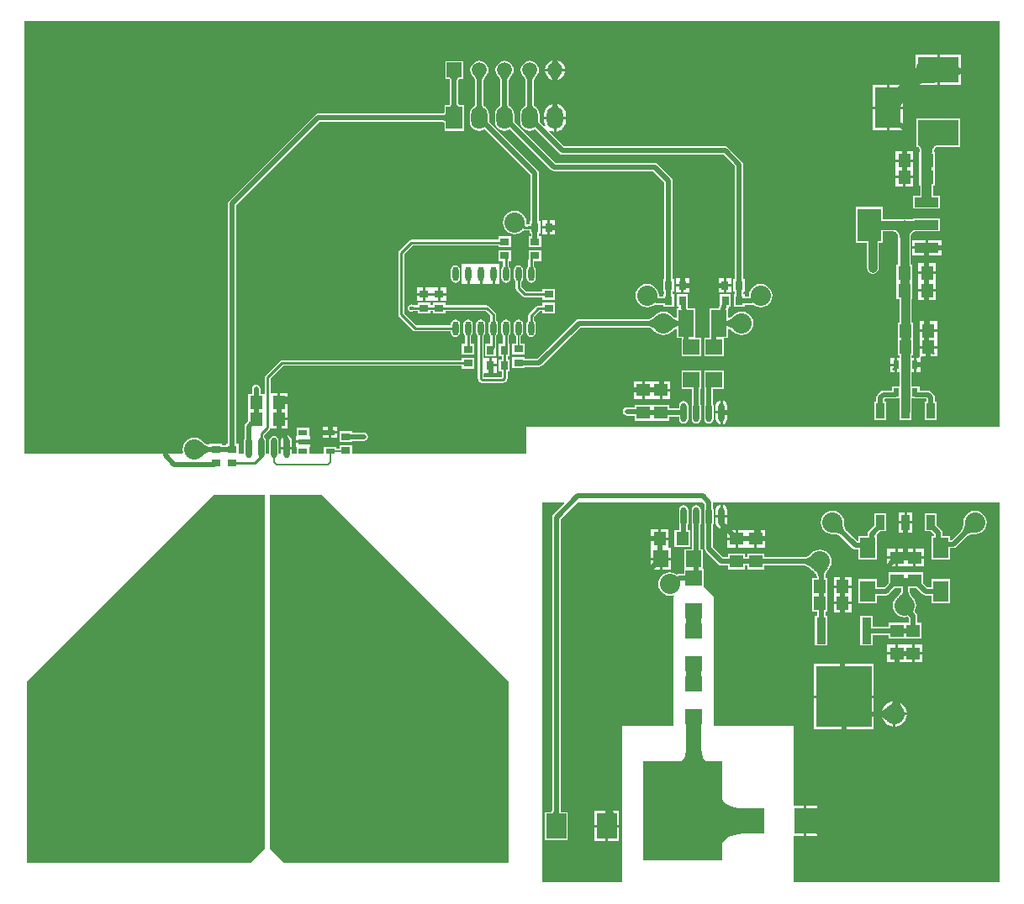
<source format=gtl>
G04*
G04 #@! TF.GenerationSoftware,Altium Limited,Altium Designer,20.2.7 (254)*
G04*
G04 Layer_Physical_Order=1*
G04 Layer_Color=255*
%FSLAX24Y24*%
%MOIN*%
G70*
G04*
G04 #@! TF.SameCoordinates,C515DB23-E466-4867-BC0D-23839EB9CC1E*
G04*
G04*
G04 #@! TF.FilePolarity,Positive*
G04*
G01*
G75*
%ADD12C,0.0100*%
%ADD17C,0.0150*%
%ADD18R,0.0500X0.0550*%
%ADD19R,0.0945X0.1299*%
%ADD20R,0.0945X0.0394*%
%ADD21O,0.0236X0.0768*%
%ADD22R,0.0610X0.0827*%
%ADD23R,0.0650X0.0600*%
%ADD24R,0.0600X0.0650*%
%ADD25R,0.2185X0.2402*%
%ADD26R,0.0374X0.1063*%
%ADD27R,0.0374X0.0315*%
%ADD28O,0.0236X0.0827*%
%ADD29R,0.0315X0.0374*%
%ADD30R,0.0630X0.1060*%
%ADD31R,0.0550X0.0500*%
%ADD32R,0.0354X0.0591*%
%ADD33R,0.0236X0.0374*%
%ADD34O,0.0236X0.0571*%
%ADD35R,0.0374X0.0236*%
%ADD63C,0.0200*%
%ADD64C,0.1000*%
%ADD65C,0.0600*%
%ADD66C,0.0500*%
%ADD67C,0.0350*%
%ADD68C,0.0060*%
%ADD69C,0.0400*%
%ADD70R,0.3150X0.3937*%
%ADD71R,0.0787X0.0984*%
%ADD72R,0.1600X0.1000*%
%ADD73R,0.1000X0.1600*%
%ADD74C,0.0800*%
%ADD75O,0.0650X0.0900*%
%ADD76R,0.0650X0.0900*%
%ADD77C,0.0591*%
%ADD78R,0.0591X0.0591*%
%ADD79C,0.0177*%
%ADD80C,0.0157*%
G36*
X17331Y32054D02*
X17314Y32048D01*
X17299Y32038D01*
X17286Y32024D01*
X17275Y32006D01*
X17266Y31984D01*
X17259Y31958D01*
X17254Y31928D01*
X17251Y31894D01*
X17250Y31856D01*
X17050D01*
X17049Y31894D01*
X17046Y31928D01*
X17041Y31958D01*
X17034Y31984D01*
X17025Y32006D01*
X17014Y32024D01*
X17001Y32038D01*
X16986Y32048D01*
X16969Y32054D01*
X16950Y32056D01*
X17350D01*
X17331Y32054D01*
D02*
G37*
G36*
X17251Y31061D02*
X17254Y31026D01*
X17259Y30996D01*
X17266Y30970D01*
X17275Y30948D01*
X17286Y30930D01*
X17299Y30916D01*
X17314Y30906D01*
X17331Y30900D01*
X17350Y30898D01*
X16950D01*
X16969Y30900D01*
X16986Y30906D01*
X17001Y30916D01*
X17014Y30930D01*
X17025Y30948D01*
X17034Y30970D01*
X17041Y30996D01*
X17046Y31026D01*
X17049Y31061D01*
X17050Y31099D01*
X17250D01*
X17251Y31061D01*
D02*
G37*
G36*
X16827Y30250D02*
X16825Y30269D01*
X16819Y30286D01*
X16809Y30301D01*
X16795Y30314D01*
X16777Y30325D01*
X16755Y30334D01*
X16729Y30341D01*
X16699Y30346D01*
X16664Y30349D01*
X16626Y30350D01*
Y30550D01*
X16664Y30551D01*
X16699Y30554D01*
X16729Y30559D01*
X16755Y30566D01*
X16777Y30575D01*
X16795Y30586D01*
X16809Y30599D01*
X16819Y30614D01*
X16825Y30631D01*
X16827Y30650D01*
Y30250D01*
D02*
G37*
G36*
X38788Y18200D02*
X20000D01*
Y17137D01*
X13097D01*
Y17462D01*
X12603D01*
Y17318D01*
X12488D01*
Y17404D01*
X11994D01*
Y17137D01*
X11406D01*
Y17382D01*
X11446D01*
Y17550D01*
X11159D01*
X10872D01*
Y17382D01*
X10912D01*
Y17137D01*
X10722D01*
Y17301D01*
X10500D01*
X10278D01*
Y17137D01*
X10182D01*
Y17646D01*
X10168Y17716D01*
X10128Y17774D01*
X10069Y17814D01*
X10000Y17828D01*
X9931Y17814D01*
X9872Y17774D01*
X9832Y17716D01*
X9818Y17646D01*
Y17137D01*
X9682D01*
Y17646D01*
X9668Y17716D01*
X9628Y17774D01*
X9612Y17785D01*
Y17871D01*
X9829Y18089D01*
X9829Y18089D01*
X9854Y18125D01*
X10150D01*
Y18500D01*
X10200D01*
Y18550D01*
X10550D01*
Y18775D01*
Y19100D01*
X10200D01*
Y19150D01*
X10150D01*
Y19525D01*
X9862D01*
Y20104D01*
X10368Y20609D01*
X17453D01*
Y20504D01*
X17947D01*
Y20939D01*
X17453D01*
Y20834D01*
X10322D01*
X10322Y20834D01*
X10279Y20825D01*
X10242Y20801D01*
X10242Y20801D01*
X9671Y20229D01*
X9646Y20193D01*
X9638Y20150D01*
X9638Y20150D01*
Y19523D01*
X9610Y19485D01*
X9463D01*
Y19700D01*
X9451Y19762D01*
X9415Y19815D01*
X9362Y19851D01*
X9300Y19863D01*
X9238Y19851D01*
X9185Y19815D01*
X9149Y19762D01*
X9137Y19700D01*
Y19485D01*
X8990D01*
Y18815D01*
Y18421D01*
X8885Y18315D01*
X8849Y18262D01*
X8837Y18200D01*
Y17723D01*
X8832Y17716D01*
X8818Y17646D01*
Y17137D01*
X8597D01*
Y17519D01*
X8513D01*
Y26982D01*
X11818Y30287D01*
X16620D01*
X16624Y30285D01*
X16661Y30284D01*
X16690Y30282D01*
X16715Y30277D01*
X16734Y30272D01*
X16748Y30267D01*
X16756Y30262D01*
X16760Y30258D01*
X16761Y30257D01*
X16762Y30255D01*
X16763Y30243D01*
X16765Y30239D01*
Y29940D01*
X17535D01*
Y30960D01*
X17361D01*
X17357Y30962D01*
X17345Y30963D01*
X17343Y30964D01*
X17342Y30965D01*
X17338Y30969D01*
X17333Y30977D01*
X17328Y30991D01*
X17323Y31010D01*
X17318Y31035D01*
X17316Y31064D01*
X17315Y31100D01*
X17313Y31105D01*
Y31850D01*
X17315Y31854D01*
X17316Y31890D01*
X17318Y31920D01*
X17323Y31944D01*
X17328Y31963D01*
X17333Y31977D01*
X17338Y31985D01*
X17341Y31988D01*
X17343Y31989D01*
X17345Y31990D01*
X17357Y31991D01*
X17363Y31995D01*
X17505D01*
Y32705D01*
X16795D01*
Y31995D01*
X16937D01*
X16943Y31991D01*
X16955Y31990D01*
X16957Y31989D01*
X16959Y31988D01*
X16962Y31985D01*
X16967Y31977D01*
X16972Y31963D01*
X16977Y31944D01*
X16982Y31920D01*
X16984Y31890D01*
X16985Y31854D01*
X16987Y31850D01*
Y31105D01*
X16985Y31100D01*
X16984Y31064D01*
X16982Y31035D01*
X16977Y31010D01*
X16972Y30991D01*
X16967Y30977D01*
X16962Y30969D01*
X16958Y30965D01*
X16957Y30964D01*
X16955Y30963D01*
X16943Y30962D01*
X16939Y30960D01*
X16765D01*
Y30661D01*
X16763Y30657D01*
X16762Y30645D01*
X16761Y30643D01*
X16760Y30642D01*
X16756Y30638D01*
X16748Y30633D01*
X16734Y30628D01*
X16715Y30623D01*
X16690Y30618D01*
X16661Y30616D01*
X16624Y30615D01*
X16620Y30613D01*
X11750D01*
X11688Y30601D01*
X11635Y30565D01*
X8235Y27165D01*
X8199Y27112D01*
X8187Y27050D01*
Y17519D01*
X8103D01*
Y17463D01*
X7947D01*
Y17517D01*
X7453D01*
Y17517D01*
X7443Y17501D01*
X7403Y17477D01*
X7397Y17478D01*
X7369Y17489D01*
X7340Y17503D01*
X7310Y17520D01*
X7280Y17540D01*
X7214Y17594D01*
X7181Y17627D01*
X7178Y17628D01*
X7178Y17628D01*
X7082Y17702D01*
X6970Y17748D01*
X6850Y17764D01*
X6730Y17748D01*
X6618Y17702D01*
X6522Y17628D01*
X6448Y17532D01*
X6402Y17420D01*
X6386Y17300D01*
X6401Y17187D01*
X6394Y17165D01*
X6375Y17137D01*
X112D01*
Y34288D01*
X38788D01*
Y18200D01*
D02*
G37*
G36*
X7171Y17546D02*
X7241Y17488D01*
X7275Y17465D01*
X7309Y17445D01*
X7343Y17429D01*
X7377Y17416D01*
X7411Y17407D01*
X7444Y17402D01*
X7477Y17400D01*
Y17200D01*
X7444Y17198D01*
X7411Y17193D01*
X7377Y17184D01*
X7343Y17171D01*
X7309Y17155D01*
X7275Y17135D01*
X7241Y17112D01*
X7206Y17085D01*
X7171Y17054D01*
X7136Y17020D01*
Y17580D01*
X7171Y17546D01*
D02*
G37*
G36*
X31364Y12570D02*
X31329Y12604D01*
X31259Y12662D01*
X31225Y12685D01*
X31191Y12705D01*
X31157Y12721D01*
X31123Y12734D01*
X31089Y12743D01*
X31056Y12748D01*
X31023Y12750D01*
Y12950D01*
X31056Y12952D01*
X31089Y12957D01*
X31123Y12966D01*
X31157Y12979D01*
X31191Y12995D01*
X31225Y13015D01*
X31259Y13038D01*
X31294Y13065D01*
X31329Y13096D01*
X31364Y13130D01*
Y12570D01*
D02*
G37*
G36*
X31932Y12561D02*
X31880Y12482D01*
X31859Y12445D01*
X31841Y12408D01*
X31826Y12372D01*
X31815Y12337D01*
X31807Y12304D01*
X31802Y12271D01*
X31800Y12239D01*
X31600Y12213D01*
X31598Y12247D01*
X31592Y12281D01*
X31583Y12314D01*
X31569Y12347D01*
X31552Y12379D01*
X31531Y12411D01*
X31506Y12442D01*
X31477Y12472D01*
X31444Y12502D01*
X31408Y12532D01*
X31964Y12602D01*
X31932Y12561D01*
D02*
G37*
G36*
X38788Y112D02*
X30600D01*
Y1958D01*
X31000D01*
Y2550D01*
Y3142D01*
X30600D01*
X30600Y6340D01*
X27450Y6340D01*
Y11450D01*
X27035Y11865D01*
Y12560D01*
X27010Y12565D01*
Y13335D01*
X26913D01*
Y14291D01*
X26918Y14298D01*
X26932Y14367D01*
Y14899D01*
X26918Y14968D01*
X26878Y15027D01*
X26820Y15067D01*
X26750Y15080D01*
X26681Y15067D01*
X26622Y15027D01*
X26582Y14968D01*
X26568Y14899D01*
Y14367D01*
X26582Y14298D01*
X26587Y14291D01*
Y13335D01*
X26290D01*
Y12565D01*
X26265Y12560D01*
Y12363D01*
X26094D01*
X26032Y12351D01*
X25979Y12316D01*
X25932Y12352D01*
X25820Y12398D01*
X25700Y12414D01*
X25580Y12398D01*
X25468Y12352D01*
X25372Y12278D01*
X25298Y12182D01*
X25252Y12070D01*
X25236Y11950D01*
X25252Y11830D01*
X25298Y11718D01*
X25372Y11622D01*
X25468Y11548D01*
X25580Y11502D01*
X25700Y11486D01*
X25820Y11502D01*
X25839Y11510D01*
X25867Y11467D01*
X25850Y11450D01*
Y6340D01*
X23800Y6340D01*
X23800Y112D01*
X20650D01*
Y15200D01*
X21504D01*
X21523Y15154D01*
X21085Y14715D01*
X21049Y14662D01*
X21037Y14600D01*
Y3047D01*
X21035Y3043D01*
X21034Y3006D01*
X21032Y2977D01*
X21027Y2952D01*
X21022Y2933D01*
X21017Y2919D01*
X21012Y2911D01*
X21008Y2908D01*
X21007Y2906D01*
X21005Y2906D01*
X20993Y2904D01*
X20989Y2902D01*
X20746D01*
Y1798D01*
X21654D01*
Y2902D01*
X21411D01*
X21407Y2904D01*
X21395Y2906D01*
X21393Y2906D01*
X21392Y2908D01*
X21388Y2911D01*
X21383Y2919D01*
X21378Y2933D01*
X21373Y2952D01*
X21368Y2977D01*
X21366Y3006D01*
X21365Y3043D01*
X21363Y3047D01*
Y14532D01*
X22031Y15200D01*
X27019D01*
X27087Y15132D01*
Y14975D01*
X27082Y14968D01*
X27068Y14899D01*
Y14367D01*
X27082Y14298D01*
X27087Y14291D01*
Y13350D01*
X27099Y13288D01*
X27135Y13235D01*
X27635Y12735D01*
X27688Y12699D01*
X27750Y12687D01*
X28015D01*
Y12540D01*
X28685D01*
Y12687D01*
X28765D01*
Y12540D01*
X29435D01*
Y12687D01*
X31016D01*
X31019Y12685D01*
X31049Y12684D01*
X31076Y12679D01*
X31103Y12672D01*
X31131Y12661D01*
X31160Y12647D01*
X31190Y12630D01*
X31220Y12610D01*
X31286Y12556D01*
X31319Y12523D01*
X31322Y12522D01*
X31322Y12522D01*
X31361Y12492D01*
X31367Y12481D01*
X31402Y12453D01*
X31431Y12426D01*
X31457Y12399D01*
X31478Y12372D01*
X31496Y12345D01*
X31510Y12319D01*
X31521Y12293D01*
X31529Y12266D01*
X31533Y12240D01*
X31534Y12235D01*
X31499Y12189D01*
X31493Y12185D01*
X31492Y12185D01*
X31340D01*
Y11515D01*
Y10865D01*
X31537D01*
Y10691D01*
X31453D01*
Y9509D01*
X31947D01*
Y10691D01*
X31863D01*
Y10865D01*
X31960D01*
Y11515D01*
Y12185D01*
X31863D01*
Y12232D01*
X31865Y12236D01*
X31866Y12264D01*
X31870Y12291D01*
X31877Y12320D01*
X31887Y12350D01*
X31900Y12381D01*
X31916Y12414D01*
X31936Y12448D01*
X31985Y12523D01*
X32015Y12562D01*
X32018Y12574D01*
X32052Y12618D01*
X32098Y12730D01*
X32114Y12850D01*
X32098Y12970D01*
X32052Y13082D01*
X31978Y13178D01*
X31882Y13252D01*
X31770Y13298D01*
X31650Y13314D01*
X31530Y13298D01*
X31418Y13252D01*
X31322Y13178D01*
X31322Y13178D01*
X31319Y13177D01*
X31285Y13144D01*
X31253Y13115D01*
X31221Y13091D01*
X31190Y13070D01*
X31160Y13053D01*
X31131Y13039D01*
X31103Y13028D01*
X31076Y13021D01*
X31049Y13016D01*
X31019Y13015D01*
X31016Y13013D01*
X29435D01*
Y13160D01*
X28765D01*
Y13013D01*
X28685D01*
Y13160D01*
X28015D01*
Y13013D01*
X27818D01*
X27413Y13418D01*
Y14291D01*
X27418Y14298D01*
X27432Y14367D01*
Y14899D01*
X27418Y14968D01*
X27413Y14975D01*
Y15200D01*
X38788D01*
Y112D01*
D02*
G37*
G36*
X26953Y5403D02*
X26962Y5301D01*
X26977Y5211D01*
X26998Y5133D01*
X27025Y5066D01*
X27058Y5012D01*
X27097Y4970D01*
X27142Y4940D01*
X27193Y4922D01*
X27250Y4916D01*
X26050D01*
X26107Y4922D01*
X26158Y4940D01*
X26203Y4970D01*
X26242Y5012D01*
X26275Y5066D01*
X26302Y5133D01*
X26323Y5211D01*
X26338Y5301D01*
X26347Y5403D01*
X26350Y5517D01*
X26950D01*
X26953Y5403D01*
D02*
G37*
G36*
X21301Y3003D02*
X21304Y2968D01*
X21309Y2938D01*
X21316Y2912D01*
X21325Y2890D01*
X21336Y2872D01*
X21349Y2858D01*
X21364Y2848D01*
X21381Y2842D01*
X21400Y2840D01*
X21000D01*
X21019Y2842D01*
X21036Y2848D01*
X21051Y2858D01*
X21064Y2872D01*
X21075Y2890D01*
X21084Y2912D01*
X21091Y2938D01*
X21096Y2968D01*
X21099Y3003D01*
X21100Y3041D01*
X21300D01*
X21301Y3003D01*
D02*
G37*
G36*
X27782Y3455D02*
X27812Y3370D01*
X27863Y3295D01*
X27933Y3230D01*
X28023Y3175D01*
X28133Y3130D01*
X28263Y3095D01*
X28413Y3070D01*
X28583Y3055D01*
X28774Y3050D01*
Y2050D01*
X28583Y2045D01*
X28413Y2030D01*
X28263Y2005D01*
X28133Y1970D01*
X28023Y1925D01*
X27933Y1870D01*
X27863Y1805D01*
X27812Y1730D01*
X27782Y1645D01*
X27772Y1550D01*
Y3550D01*
X27782Y3455D01*
D02*
G37*
G36*
X19300Y8100D02*
X19300Y900D01*
X10400Y900D01*
X9850Y1450D01*
Y15500D01*
X11900D01*
X19300Y8100D01*
D02*
G37*
G36*
X9650Y1450D02*
X9100Y900D01*
X200Y900D01*
X200Y8100D01*
X7600Y15500D01*
X9650D01*
Y1450D01*
D02*
G37*
%LPC*%
G36*
X37250Y32950D02*
X36400D01*
Y32400D01*
X37148D01*
Y32500D01*
X37150Y32481D01*
X37156Y32464D01*
X37166Y32449D01*
X37180Y32436D01*
X37198Y32425D01*
X37220Y32416D01*
X37246Y32409D01*
X37250Y32408D01*
Y32950D01*
D02*
G37*
G36*
X21258Y32733D02*
X21260Y32724D01*
X21267Y32699D01*
X21277Y32674D01*
X21288Y32650D01*
X21302Y32627D01*
X21318Y32604D01*
X21336Y32582D01*
X21357Y32561D01*
X21200D01*
Y32400D01*
X21542D01*
X21535Y32453D01*
X21495Y32549D01*
X21432Y32632D01*
X21349Y32695D01*
X21258Y32733D01*
D02*
G37*
G36*
X36300Y32950D02*
X35450D01*
Y32423D01*
X35477Y32464D01*
X35523Y32548D01*
X35553Y32624D01*
X35568Y32692D01*
X35568Y32752D01*
X35552Y32803D01*
X35748Y32400D01*
X36300D01*
Y32950D01*
D02*
G37*
G36*
X21042Y32733D02*
X20951Y32695D01*
X20868Y32632D01*
X20805Y32549D01*
X20765Y32453D01*
X20758Y32400D01*
X21100D01*
Y32561D01*
X20943D01*
X20964Y32582D01*
X20982Y32604D01*
X20998Y32627D01*
X21012Y32650D01*
X21023Y32674D01*
X21033Y32699D01*
X21040Y32724D01*
X21042Y32733D01*
D02*
G37*
G36*
X21542Y32300D02*
X21200D01*
Y32139D01*
X21357D01*
X21336Y32118D01*
X21318Y32096D01*
X21302Y32073D01*
X21288Y32050D01*
X21277Y32026D01*
X21267Y32001D01*
X21260Y31976D01*
X21258Y31967D01*
X21349Y32005D01*
X21432Y32068D01*
X21495Y32151D01*
X21535Y32247D01*
X21542Y32300D01*
D02*
G37*
G36*
X21100D02*
X20758D01*
X20765Y32247D01*
X20805Y32151D01*
X20868Y32068D01*
X20951Y32005D01*
X21042Y31967D01*
X21040Y31976D01*
X21033Y32001D01*
X21023Y32026D01*
X21012Y32050D01*
X20998Y32073D01*
X20982Y32096D01*
X20964Y32118D01*
X20943Y32139D01*
X21100D01*
Y32300D01*
D02*
G37*
G36*
X36300D02*
X35796D01*
X36013Y31852D01*
X35986Y31892D01*
X35948Y31914D01*
X35901Y31920D01*
X35845Y31910D01*
X35779Y31882D01*
X35704Y31839D01*
X35619Y31778D01*
X35584Y31750D01*
X36300D01*
Y32300D01*
D02*
G37*
G36*
X37148D02*
X36400D01*
Y31750D01*
X37250D01*
Y32192D01*
X37246Y32191D01*
X37220Y32184D01*
X37198Y32175D01*
X37180Y32164D01*
X37166Y32151D01*
X37156Y32136D01*
X37150Y32119D01*
X37148Y32100D01*
Y32300D01*
D02*
G37*
G36*
X34826Y31750D02*
X34400D01*
Y31643D01*
X34424Y31608D01*
X34461Y31585D01*
X34508Y31579D01*
X34564Y31589D01*
X34630Y31616D01*
X34705Y31660D01*
X34790Y31721D01*
X34826Y31750D01*
D02*
G37*
G36*
X34950Y31067D02*
X34924Y31028D01*
X34879Y30943D01*
X34861Y30900D01*
X34950D01*
Y31067D01*
D02*
G37*
G36*
X34400Y31641D02*
Y30900D01*
X34748D01*
X34400Y31641D01*
D02*
G37*
G36*
X34300Y31750D02*
X33750D01*
Y30900D01*
X34300D01*
Y31750D01*
D02*
G37*
G36*
X34950Y30800D02*
X34833D01*
X34833Y30799D01*
X34833Y30739D01*
X34848Y30687D01*
X34794Y30800D01*
X34400D01*
Y29950D01*
X34950D01*
Y30800D01*
D02*
G37*
G36*
X21255Y30990D02*
X21259Y30953D01*
X21266Y30920D01*
X21275Y30892D01*
X21286Y30869D01*
X21299Y30852D01*
X21314Y30839D01*
X21330Y30831D01*
X21349Y30829D01*
X21200D01*
Y30500D01*
X21579D01*
Y30575D01*
X21564Y30686D01*
X21521Y30789D01*
X21453Y30878D01*
X21364Y30946D01*
X21261Y30989D01*
X21255Y30990D01*
D02*
G37*
G36*
X21046Y30990D02*
X21039Y30989D01*
X20936Y30946D01*
X20847Y30878D01*
X20779Y30789D01*
X20736Y30686D01*
X20721Y30575D01*
Y30500D01*
X21100D01*
Y30829D01*
X20951D01*
X20970Y30831D01*
X20986Y30839D01*
X21001Y30852D01*
X21014Y30869D01*
X21025Y30892D01*
X21034Y30920D01*
X21041Y30953D01*
X21046Y30990D01*
D02*
G37*
G36*
X34300Y30800D02*
X33750D01*
Y29950D01*
X34300D01*
Y30800D01*
D02*
G37*
G36*
X21579Y30400D02*
X21200D01*
Y29903D01*
X21261Y29911D01*
X21364Y29954D01*
X21453Y30022D01*
X21521Y30111D01*
X21564Y30214D01*
X21579Y30325D01*
Y30400D01*
D02*
G37*
G36*
X20150Y32708D02*
X20057Y32696D01*
X19971Y32660D01*
X19897Y32603D01*
X19840Y32529D01*
X19804Y32443D01*
X19792Y32350D01*
X19804Y32257D01*
X19840Y32171D01*
X19894Y32100D01*
X19896Y32094D01*
X19915Y32075D01*
X19930Y32056D01*
X19943Y32038D01*
X19954Y32019D01*
X19964Y32000D01*
X19971Y31980D01*
X19977Y31960D01*
X19982Y31939D01*
X19984Y31917D01*
X19985Y31892D01*
X19987Y31889D01*
Y31088D01*
X19985Y31084D01*
X19984Y31038D01*
X19981Y30998D01*
X19977Y30964D01*
X19971Y30937D01*
X19965Y30916D01*
X19964Y30915D01*
X19956Y30911D01*
X19912Y30878D01*
X19905Y30875D01*
X19903Y30871D01*
X19901Y30870D01*
X19899Y30868D01*
X19899Y30868D01*
X19875Y30850D01*
X19814Y30769D01*
X19775Y30675D01*
X19762Y30575D01*
Y30325D01*
X19775Y30224D01*
X19814Y30131D01*
X19875Y30050D01*
X19956Y29989D01*
X20049Y29950D01*
X20150Y29937D01*
X20251Y29950D01*
X20344Y29989D01*
X20365Y30005D01*
X21335Y29035D01*
X21388Y28999D01*
X21450Y28987D01*
X27832D01*
X28282Y28537D01*
Y24047D01*
X28228D01*
Y23553D01*
X28285D01*
X28285Y23483D01*
X28250Y23447D01*
X28234D01*
Y22953D01*
X28669D01*
Y23037D01*
X28938D01*
X29000Y23049D01*
X29001Y23050D01*
X29068Y22998D01*
X29180Y22952D01*
X29300Y22936D01*
X29420Y22952D01*
X29532Y22998D01*
X29628Y23072D01*
X29702Y23168D01*
X29748Y23280D01*
X29764Y23400D01*
X29748Y23520D01*
X29702Y23632D01*
X29628Y23728D01*
X29532Y23802D01*
X29420Y23848D01*
X29300Y23864D01*
X29180Y23848D01*
X29068Y23802D01*
X28972Y23728D01*
X28898Y23632D01*
X28852Y23520D01*
X28836Y23400D01*
X28804Y23363D01*
X28669D01*
Y23447D01*
X28612D01*
X28611Y23517D01*
X28647Y23553D01*
X28663D01*
Y24047D01*
X28609D01*
Y28604D01*
X28596Y28667D01*
X28561Y28720D01*
X28015Y29265D01*
X27962Y29301D01*
X27900Y29313D01*
X21518D01*
X20928Y29903D01*
X20956Y29945D01*
X21039Y29911D01*
X21100Y29903D01*
Y30400D01*
X20721D01*
Y30325D01*
X20736Y30214D01*
X20770Y30131D01*
X20728Y30103D01*
X20570Y30261D01*
X20560Y30267D01*
X20534Y30293D01*
X20538Y30325D01*
Y30575D01*
X20525Y30675D01*
X20486Y30769D01*
X20425Y30850D01*
X20401Y30868D01*
X20401Y30868D01*
X20399Y30870D01*
X20397Y30871D01*
X20395Y30875D01*
X20388Y30878D01*
X20344Y30911D01*
X20336Y30915D01*
X20335Y30916D01*
X20329Y30937D01*
X20323Y30963D01*
X20316Y31039D01*
X20315Y31084D01*
X20313Y31088D01*
Y31889D01*
X20315Y31892D01*
X20316Y31917D01*
X20318Y31939D01*
X20323Y31960D01*
X20329Y31980D01*
X20336Y32000D01*
X20346Y32019D01*
X20357Y32038D01*
X20370Y32056D01*
X20385Y32075D01*
X20404Y32094D01*
X20406Y32100D01*
X20460Y32171D01*
X20496Y32257D01*
X20508Y32350D01*
X20496Y32443D01*
X20460Y32529D01*
X20403Y32603D01*
X20329Y32660D01*
X20243Y32696D01*
X20150Y32708D01*
D02*
G37*
G36*
X35350Y29125D02*
X35050D01*
Y28800D01*
X35350D01*
Y29125D01*
D02*
G37*
G36*
X34950D02*
X34650D01*
Y28800D01*
X34950D01*
Y29125D01*
D02*
G37*
G36*
X35350Y28700D02*
X34650D01*
Y28375D01*
Y28150D01*
X35350D01*
Y28375D01*
Y28700D01*
D02*
G37*
G36*
Y28050D02*
X35050D01*
Y27725D01*
X35350D01*
Y28050D01*
D02*
G37*
G36*
X34950D02*
X34650D01*
Y27725D01*
X34950D01*
Y28050D01*
D02*
G37*
G36*
X37210Y30410D02*
X35490D01*
Y29366D01*
X35487Y29361D01*
X35488Y29356D01*
X35486Y29351D01*
X35490Y29342D01*
Y29290D01*
X35537D01*
X35542Y29287D01*
X35558Y29285D01*
X35564Y29281D01*
X35573Y29273D01*
X35584Y29256D01*
X35595Y29229D01*
X35606Y29192D01*
X35615Y29146D01*
X35617Y29115D01*
X35590Y29085D01*
X35590D01*
Y28415D01*
Y27765D01*
X35629D01*
Y27362D01*
X35359D01*
Y26849D01*
X35851D01*
X35892Y26843D01*
X35933Y26849D01*
X36424D01*
Y27362D01*
X36154D01*
Y27765D01*
X36210D01*
Y28415D01*
Y29085D01*
X36210D01*
X36172Y29135D01*
X36173Y29141D01*
X36185Y29186D01*
X36200Y29222D01*
X36216Y29248D01*
X36232Y29265D01*
X36249Y29277D01*
X36268Y29283D01*
X36299Y29287D01*
X36305Y29290D01*
X37210D01*
Y30410D01*
D02*
G37*
G36*
X18150Y32708D02*
X18057Y32696D01*
X17971Y32660D01*
X17897Y32603D01*
X17840Y32529D01*
X17804Y32443D01*
X17792Y32350D01*
X17804Y32257D01*
X17840Y32171D01*
X17894Y32100D01*
X17896Y32094D01*
X17915Y32075D01*
X17930Y32056D01*
X17943Y32038D01*
X17954Y32019D01*
X17964Y32000D01*
X17971Y31980D01*
X17977Y31960D01*
X17982Y31939D01*
X17984Y31917D01*
X17985Y31892D01*
X17987Y31889D01*
Y31088D01*
X17985Y31084D01*
X17984Y31038D01*
X17981Y30998D01*
X17977Y30964D01*
X17971Y30937D01*
X17965Y30916D01*
X17964Y30915D01*
X17956Y30911D01*
X17912Y30878D01*
X17905Y30875D01*
X17903Y30871D01*
X17901Y30870D01*
X17899Y30868D01*
X17899Y30868D01*
X17875Y30850D01*
X17814Y30769D01*
X17775Y30675D01*
X17762Y30575D01*
Y30325D01*
X17775Y30224D01*
X17814Y30131D01*
X17875Y30050D01*
X17956Y29989D01*
X18049Y29950D01*
X18150Y29937D01*
X18251Y29950D01*
X18344Y29989D01*
X18365Y30005D01*
X20187Y28182D01*
Y26347D01*
X20133D01*
Y26217D01*
X20098Y26215D01*
X20063Y26215D01*
X20056Y26212D01*
X20040D01*
X20007Y26250D01*
X20014Y26300D01*
X19998Y26420D01*
X19952Y26532D01*
X19878Y26628D01*
X19782Y26702D01*
X19670Y26748D01*
X19550Y26764D01*
X19430Y26748D01*
X19318Y26702D01*
X19222Y26628D01*
X19148Y26532D01*
X19102Y26420D01*
X19086Y26300D01*
X19102Y26180D01*
X19148Y26068D01*
X19222Y25972D01*
X19318Y25898D01*
X19430Y25852D01*
X19550Y25836D01*
X19670Y25852D01*
X19782Y25898D01*
X19878Y25972D01*
X19897Y25996D01*
X19939Y25988D01*
X19939Y25988D01*
X20056D01*
X20063Y25985D01*
X20099Y25985D01*
X20133Y25984D01*
Y25853D01*
X20195D01*
Y25744D01*
X20111D01*
Y25309D01*
X20605D01*
Y25744D01*
X20521D01*
Y25853D01*
X20567D01*
Y26347D01*
X20513D01*
Y28250D01*
X20501Y28312D01*
X20465Y28365D01*
X18570Y30261D01*
X18560Y30267D01*
X18534Y30293D01*
X18538Y30325D01*
Y30575D01*
X18525Y30675D01*
X18486Y30769D01*
X18425Y30850D01*
X18401Y30868D01*
X18401Y30868D01*
X18399Y30870D01*
X18397Y30871D01*
X18395Y30875D01*
X18388Y30878D01*
X18344Y30911D01*
X18336Y30915D01*
X18335Y30916D01*
X18329Y30937D01*
X18323Y30963D01*
X18316Y31039D01*
X18315Y31084D01*
X18313Y31088D01*
Y31889D01*
X18315Y31892D01*
X18316Y31917D01*
X18318Y31939D01*
X18323Y31960D01*
X18329Y31980D01*
X18336Y32000D01*
X18346Y32019D01*
X18357Y32038D01*
X18370Y32056D01*
X18385Y32075D01*
X18404Y32094D01*
X18406Y32100D01*
X18460Y32171D01*
X18496Y32257D01*
X18508Y32350D01*
X18496Y32443D01*
X18460Y32529D01*
X18403Y32603D01*
X18329Y32660D01*
X18243Y32696D01*
X18150Y32708D01*
D02*
G37*
G36*
X21159Y26387D02*
X20951D01*
Y26150D01*
X21159D01*
Y26387D01*
D02*
G37*
G36*
X20851D02*
X20644D01*
Y26150D01*
X20851D01*
Y26387D01*
D02*
G37*
G36*
X21159Y26050D02*
X20951D01*
Y25813D01*
X21159D01*
Y26050D01*
D02*
G37*
G36*
X20851D02*
X20644D01*
Y25813D01*
X20851D01*
Y26050D01*
D02*
G37*
G36*
X36464Y25591D02*
X35942D01*
Y25344D01*
X36464D01*
Y25591D01*
D02*
G37*
G36*
X35842D02*
X35319D01*
Y25344D01*
X35842D01*
Y25591D01*
D02*
G37*
G36*
X19397Y25746D02*
X18903D01*
Y25612D01*
X15450D01*
X15407Y25604D01*
X15371Y25579D01*
X15371Y25579D01*
X14971Y25179D01*
X14946Y25143D01*
X14938Y25100D01*
X14938Y25100D01*
Y22650D01*
X14938Y22650D01*
X14946Y22607D01*
X14971Y22571D01*
X15516Y22025D01*
X15516Y22025D01*
X15553Y22001D01*
X15596Y21992D01*
X15596Y21992D01*
X17018D01*
Y21937D01*
X17032Y21868D01*
X17072Y21809D01*
X17131Y21769D01*
X17200Y21755D01*
X17269Y21769D01*
X17328Y21809D01*
X17368Y21868D01*
X17382Y21937D01*
Y22272D01*
X17368Y22341D01*
X17328Y22400D01*
X17269Y22439D01*
X17200Y22453D01*
X17131Y22439D01*
X17072Y22400D01*
X17032Y22341D01*
X17018Y22272D01*
Y22216D01*
X15642D01*
X15162Y22696D01*
Y25054D01*
X15496Y25388D01*
X18903D01*
Y25311D01*
X19397D01*
Y25746D01*
D02*
G37*
G36*
X36464Y25244D02*
X35942D01*
Y24998D01*
X36464D01*
Y25244D01*
D02*
G37*
G36*
X35842D02*
X35319D01*
Y24998D01*
X35842D01*
Y25244D01*
D02*
G37*
G36*
X36250Y24675D02*
X35950D01*
Y24350D01*
X36250D01*
Y24675D01*
D02*
G37*
G36*
X35850D02*
X35550D01*
Y24350D01*
X35850D01*
Y24675D01*
D02*
G37*
G36*
X20605Y25193D02*
X20111D01*
Y24879D01*
X20109Y24872D01*
X20096Y24852D01*
X20088Y24809D01*
X20088Y24809D01*
Y24557D01*
X20072Y24546D01*
X20032Y24487D01*
X20018Y24417D01*
Y24083D01*
X20032Y24013D01*
X20072Y23954D01*
X20131Y23915D01*
X20200Y23901D01*
X20269Y23915D01*
X20328Y23954D01*
X20368Y24013D01*
X20382Y24083D01*
Y24417D01*
X20368Y24487D01*
X20328Y24546D01*
X20312Y24557D01*
Y24758D01*
X20605D01*
Y25193D01*
D02*
G37*
G36*
X19397Y25195D02*
X18903D01*
Y24760D01*
X19088D01*
Y24557D01*
X19072Y24546D01*
X19032Y24487D01*
X19018Y24417D01*
Y24083D01*
X19032Y24013D01*
X19072Y23954D01*
X19131Y23915D01*
X19200Y23901D01*
X19269Y23915D01*
X19328Y23954D01*
X19368Y24013D01*
X19382Y24083D01*
Y24417D01*
X19368Y24487D01*
X19328Y24546D01*
X19312Y24557D01*
Y24760D01*
X19397D01*
Y25195D01*
D02*
G37*
G36*
X17200Y24599D02*
X17131Y24585D01*
X17072Y24546D01*
X17032Y24487D01*
X17018Y24417D01*
Y24083D01*
X17032Y24013D01*
X17072Y23954D01*
X17131Y23915D01*
X17200Y23901D01*
X17269Y23915D01*
X17328Y23954D01*
X17368Y24013D01*
X17382Y24083D01*
Y24417D01*
X17368Y24487D01*
X17328Y24546D01*
X17269Y24585D01*
X17200Y24599D01*
D02*
G37*
G36*
X28152Y24087D02*
X27944D01*
Y23850D01*
X28152D01*
Y24087D01*
D02*
G37*
G36*
X26463D02*
X26256D01*
Y23850D01*
X26463D01*
Y24087D01*
D02*
G37*
G36*
X26156D02*
X25948D01*
Y23850D01*
X26156D01*
Y24087D01*
D02*
G37*
G36*
X27844D02*
X27637D01*
Y23850D01*
X27844D01*
Y24087D01*
D02*
G37*
G36*
X18950Y24650D02*
X17450D01*
Y23850D01*
X18950D01*
Y24650D01*
D02*
G37*
G36*
X35900Y24300D02*
D01*
Y24250D01*
X35550D01*
Y23925D01*
Y23650D01*
X35900D01*
X36250D01*
Y23925D01*
Y24250D01*
X35900D01*
Y24300D01*
D02*
G37*
G36*
X28152Y23750D02*
X27944D01*
Y23513D01*
X28152D01*
Y23750D01*
D02*
G37*
G36*
X27844D02*
X27637D01*
Y23513D01*
X27844D01*
Y23750D01*
D02*
G37*
G36*
X26463D02*
X26256D01*
Y23513D01*
X26463D01*
Y23750D01*
D02*
G37*
G36*
X26156D02*
X25948D01*
Y23513D01*
X26156D01*
Y23750D01*
D02*
G37*
G36*
X15900Y23710D02*
X15663D01*
Y23503D01*
X15900D01*
Y23710D01*
D02*
G37*
G36*
X16600Y23710D02*
Y23503D01*
X16837D01*
Y23710D01*
X16600D01*
D02*
G37*
G36*
X19150Y32708D02*
X19057Y32696D01*
X18971Y32660D01*
X18897Y32603D01*
X18840Y32529D01*
X18804Y32443D01*
X18792Y32350D01*
X18804Y32257D01*
X18840Y32171D01*
X18894Y32100D01*
X18896Y32094D01*
X18915Y32075D01*
X18930Y32056D01*
X18943Y32038D01*
X18954Y32019D01*
X18964Y32000D01*
X18971Y31980D01*
X18977Y31960D01*
X18982Y31939D01*
X18984Y31917D01*
X18985Y31892D01*
X18987Y31889D01*
Y31088D01*
X18985Y31084D01*
X18984Y31038D01*
X18981Y30998D01*
X18977Y30964D01*
X18971Y30937D01*
X18965Y30916D01*
X18964Y30915D01*
X18956Y30911D01*
X18912Y30878D01*
X18905Y30875D01*
X18903Y30871D01*
X18901Y30870D01*
X18899Y30868D01*
X18899Y30868D01*
X18875Y30850D01*
X18814Y30769D01*
X18775Y30675D01*
X18762Y30575D01*
Y30325D01*
X18775Y30224D01*
X18814Y30131D01*
X18875Y30050D01*
X18956Y29989D01*
X19049Y29950D01*
X19150Y29937D01*
X19251Y29950D01*
X19344Y29989D01*
X19365Y30005D01*
X20985Y28385D01*
X21038Y28349D01*
X21100Y28337D01*
X25032D01*
X25491Y27878D01*
Y24047D01*
X25437D01*
Y23553D01*
X25486D01*
Y23447D01*
X25431D01*
Y23363D01*
X25296D01*
X25264Y23400D01*
X25248Y23520D01*
X25202Y23632D01*
X25128Y23728D01*
X25032Y23802D01*
X24920Y23848D01*
X24800Y23864D01*
X24680Y23848D01*
X24568Y23802D01*
X24472Y23728D01*
X24398Y23632D01*
X24352Y23520D01*
X24336Y23400D01*
X24352Y23280D01*
X24398Y23168D01*
X24472Y23072D01*
X24568Y22998D01*
X24680Y22952D01*
X24800Y22936D01*
X24920Y22952D01*
X25032Y22998D01*
X25099Y23050D01*
X25100Y23049D01*
X25162Y23037D01*
X25431D01*
Y22953D01*
X25866D01*
Y23447D01*
X25812D01*
Y23553D01*
X25872D01*
Y24047D01*
X25818D01*
Y27946D01*
X25805Y28008D01*
X25770Y28061D01*
X25215Y28615D01*
X25162Y28651D01*
X25100Y28663D01*
X21168D01*
X19570Y30261D01*
X19560Y30267D01*
X19534Y30293D01*
X19538Y30325D01*
Y30575D01*
X19525Y30675D01*
X19486Y30769D01*
X19425Y30850D01*
X19401Y30868D01*
X19401Y30868D01*
X19399Y30870D01*
X19397Y30871D01*
X19395Y30875D01*
X19388Y30878D01*
X19344Y30911D01*
X19336Y30915D01*
X19335Y30916D01*
X19329Y30937D01*
X19323Y30963D01*
X19316Y31039D01*
X19315Y31084D01*
X19313Y31088D01*
Y31889D01*
X19315Y31892D01*
X19316Y31917D01*
X19318Y31939D01*
X19323Y31960D01*
X19329Y31980D01*
X19336Y32000D01*
X19346Y32019D01*
X19357Y32038D01*
X19370Y32056D01*
X19385Y32075D01*
X19404Y32094D01*
X19406Y32100D01*
X19460Y32171D01*
X19496Y32257D01*
X19508Y32350D01*
X19496Y32443D01*
X19460Y32529D01*
X19403Y32603D01*
X19329Y32660D01*
X19243Y32696D01*
X19150Y32708D01*
D02*
G37*
G36*
X19700Y24599D02*
X19631Y24585D01*
X19572Y24546D01*
X19532Y24487D01*
X19518Y24417D01*
Y24083D01*
X19532Y24013D01*
X19572Y23954D01*
X19588Y23943D01*
Y23700D01*
X19588Y23700D01*
X19596Y23657D01*
X19621Y23621D01*
X19875Y23366D01*
X19911Y23342D01*
X19954Y23333D01*
X19954Y23333D01*
X20653D01*
Y23228D01*
X21147D01*
Y23663D01*
X20653D01*
Y23558D01*
X20001D01*
X19812Y23746D01*
Y23943D01*
X19828Y23954D01*
X19868Y24013D01*
X19882Y24083D01*
Y24417D01*
X19868Y24487D01*
X19828Y24546D01*
X19769Y24585D01*
X19700Y24599D01*
D02*
G37*
G36*
X36250Y23550D02*
X35950D01*
Y23225D01*
X36250D01*
Y23550D01*
D02*
G37*
G36*
X35850D02*
X35550D01*
Y23225D01*
X35850D01*
Y23550D01*
D02*
G37*
G36*
X15900Y23403D02*
X15663D01*
Y23195D01*
X15900D01*
Y23403D01*
D02*
G37*
G36*
X16837Y23403D02*
X16600D01*
Y23195D01*
X16837D01*
Y23403D01*
D02*
G37*
G36*
X16237Y23710D02*
X16213Y23710D01*
X16000D01*
Y23453D01*
Y23195D01*
X16213D01*
X16263Y23195D01*
X16287Y23195D01*
X16500D01*
Y23453D01*
Y23710D01*
X16287D01*
X16260Y23710D01*
X16237Y23710D01*
D02*
G37*
G36*
X16197Y23119D02*
X15703D01*
Y23014D01*
X15564D01*
X15557Y23017D01*
X15549Y23017D01*
X15530Y23017D01*
X15524Y23018D01*
X15523Y23018D01*
X15504Y23031D01*
X15450Y23041D01*
X15396Y23031D01*
X15350Y23000D01*
X15319Y22954D01*
X15309Y22900D01*
X15319Y22846D01*
X15350Y22800D01*
X15396Y22769D01*
X15450Y22759D01*
X15504Y22769D01*
X15528Y22785D01*
X15553Y22787D01*
X15560Y22787D01*
X15560Y22787D01*
X15561Y22787D01*
X15567Y22789D01*
X15703D01*
Y22684D01*
X16197D01*
Y22789D01*
X16303D01*
Y22684D01*
X16797D01*
Y22789D01*
X18402D01*
X18588Y22604D01*
Y22411D01*
X18572Y22400D01*
X18532Y22341D01*
X18518Y22272D01*
Y21937D01*
X18532Y21868D01*
X18572Y21809D01*
X18588Y21798D01*
Y21484D01*
X18371D01*
Y20990D01*
X18806D01*
Y21333D01*
X18808Y21344D01*
X18808Y21344D01*
Y21414D01*
X18812Y21432D01*
X18812Y21432D01*
Y21798D01*
X18828Y21809D01*
X18868Y21868D01*
X18882Y21937D01*
Y22272D01*
X18868Y22341D01*
X18828Y22400D01*
X18812Y22411D01*
Y22650D01*
X18804Y22693D01*
X18779Y22729D01*
X18779Y22729D01*
X18528Y22981D01*
X18491Y23005D01*
X18448Y23014D01*
X18448Y23014D01*
X16797D01*
Y23119D01*
X16303D01*
Y23014D01*
X16197D01*
Y23119D01*
D02*
G37*
G36*
X21147Y23112D02*
X20653D01*
Y23007D01*
X20494D01*
X20451Y22998D01*
X20415Y22974D01*
X20415Y22974D01*
X20121Y22679D01*
X20096Y22643D01*
X20088Y22600D01*
X20088Y22600D01*
Y22411D01*
X20072Y22400D01*
X20032Y22341D01*
X20018Y22272D01*
Y21937D01*
X20032Y21868D01*
X20072Y21809D01*
X20131Y21769D01*
X20200Y21755D01*
X20269Y21769D01*
X20328Y21809D01*
X20368Y21868D01*
X20382Y21937D01*
Y22272D01*
X20368Y22341D01*
X20328Y22400D01*
X20312Y22411D01*
Y22554D01*
X20541Y22782D01*
X20653D01*
Y22677D01*
X21147D01*
Y23112D01*
D02*
G37*
G36*
X26417Y23447D02*
X25983D01*
Y22953D01*
X26035D01*
X26041Y22940D01*
X26010Y22890D01*
X25975D01*
Y22541D01*
X25962Y22526D01*
X25925Y22511D01*
X25910Y22520D01*
X25880Y22540D01*
X25814Y22594D01*
X25781Y22627D01*
X25778Y22628D01*
X25778Y22628D01*
X25682Y22702D01*
X25570Y22748D01*
X25450Y22764D01*
X25330Y22748D01*
X25218Y22702D01*
X25122Y22628D01*
X25122Y22628D01*
X25119Y22627D01*
X25085Y22594D01*
X25053Y22565D01*
X25021Y22541D01*
X24990Y22520D01*
X24960Y22503D01*
X24931Y22489D01*
X24903Y22478D01*
X24876Y22471D01*
X24849Y22466D01*
X24819Y22465D01*
X24816Y22463D01*
X22100D01*
X22038Y22451D01*
X21985Y22415D01*
X20460Y20890D01*
X19947D01*
Y20945D01*
X19453D01*
Y20510D01*
X19947D01*
Y20564D01*
X20527D01*
X20590Y20576D01*
X20643Y20612D01*
X22168Y22137D01*
X24816D01*
X24819Y22135D01*
X24849Y22134D01*
X24876Y22129D01*
X24903Y22122D01*
X24931Y22111D01*
X24960Y22097D01*
X24990Y22080D01*
X25020Y22060D01*
X25086Y22006D01*
X25119Y21973D01*
X25122Y21972D01*
X25122Y21972D01*
X25218Y21898D01*
X25330Y21852D01*
X25450Y21836D01*
X25570Y21852D01*
X25682Y21898D01*
X25778Y21972D01*
X25778Y21972D01*
X25781Y21973D01*
X25815Y22006D01*
X25847Y22035D01*
X25879Y22059D01*
X25910Y22080D01*
X25925Y22089D01*
X25962Y22074D01*
X25975Y22059D01*
Y21710D01*
X26165D01*
Y20990D01*
X26935D01*
Y21710D01*
X26725D01*
Y22890D01*
X26417D01*
X26408Y22942D01*
X26417Y22953D01*
X26417D01*
Y23447D01*
D02*
G37*
G36*
X36300Y22375D02*
X36000D01*
Y22050D01*
X36300D01*
Y22375D01*
D02*
G37*
G36*
X35900D02*
X35600D01*
Y22050D01*
X35900D01*
Y22375D01*
D02*
G37*
G36*
X28117Y23447D02*
X27683D01*
Y23027D01*
X27645Y22890D01*
X27275D01*
Y21710D01*
X27065D01*
Y20990D01*
X27835D01*
Y21710D01*
X28025D01*
Y22059D01*
X28038Y22074D01*
X28075Y22089D01*
X28090Y22080D01*
X28120Y22060D01*
X28186Y22006D01*
X28219Y21973D01*
X28222Y21972D01*
X28222Y21972D01*
X28318Y21898D01*
X28430Y21852D01*
X28550Y21836D01*
X28670Y21852D01*
X28782Y21898D01*
X28878Y21972D01*
X28952Y22068D01*
X28998Y22180D01*
X29014Y22300D01*
X28998Y22420D01*
X28952Y22532D01*
X28878Y22628D01*
X28782Y22702D01*
X28670Y22748D01*
X28550Y22764D01*
X28430Y22748D01*
X28318Y22702D01*
X28222Y22628D01*
X28222Y22628D01*
X28219Y22627D01*
X28185Y22594D01*
X28153Y22565D01*
X28121Y22541D01*
X28090Y22520D01*
X28075Y22511D01*
X28038Y22527D01*
X28025Y22541D01*
Y22890D01*
X28025D01*
X28032Y22937D01*
X28039Y22953D01*
X28117D01*
Y23447D01*
D02*
G37*
G36*
X36300Y21950D02*
X35950D01*
X35600D01*
Y21625D01*
Y21400D01*
X35950D01*
X36300D01*
Y21625D01*
Y21950D01*
D02*
G37*
G36*
X36022Y21300D02*
X36000D01*
Y21278D01*
X36022Y21300D01*
D02*
G37*
G36*
X36300D02*
X36062D01*
X36063Y21299D01*
X36072Y21285D01*
X36099Y21252D01*
X36137Y21210D01*
X36185Y21160D01*
X36115Y21090D01*
X36089Y21115D01*
X36000Y21194D01*
Y20975D01*
X36300D01*
Y21300D01*
D02*
G37*
G36*
X19700Y22453D02*
X19631Y22439D01*
X19572Y22400D01*
X19532Y22341D01*
X19518Y22272D01*
Y21937D01*
X19532Y21868D01*
X19572Y21809D01*
X19608Y21784D01*
Y21496D01*
X19453D01*
Y21061D01*
X19947D01*
Y21496D01*
X19792D01*
Y21784D01*
X19828Y21809D01*
X19868Y21868D01*
X19882Y21937D01*
Y22272D01*
X19868Y22341D01*
X19828Y22400D01*
X19769Y22439D01*
X19700Y22453D01*
D02*
G37*
G36*
X17700D02*
X17631Y22439D01*
X17572Y22400D01*
X17532Y22341D01*
X17518Y22272D01*
Y21937D01*
X17532Y21868D01*
X17572Y21809D01*
X17588Y21798D01*
Y21490D01*
X17453D01*
Y21055D01*
X17947D01*
Y21490D01*
X17812D01*
Y21798D01*
X17828Y21809D01*
X17868Y21868D01*
X17882Y21937D01*
Y22272D01*
X17868Y22341D01*
X17828Y22400D01*
X17769Y22439D01*
X17700Y22453D01*
D02*
G37*
G36*
X35900Y21300D02*
X35600D01*
Y21023D01*
X35600Y20975D01*
X35593Y20936D01*
X35547Y20928D01*
X35474D01*
Y20691D01*
X35642D01*
Y20881D01*
X35642Y20928D01*
X35649Y20968D01*
X35695Y20975D01*
X35900D01*
Y21300D01*
D02*
G37*
G36*
X34626Y20928D02*
X34458D01*
Y20691D01*
X34626D01*
Y20928D01*
D02*
G37*
G36*
X18638Y20914D02*
Y20677D01*
X18846D01*
Y20914D01*
X18638D01*
D02*
G37*
G36*
X35642Y20591D02*
X35474D01*
Y20354D01*
X35642D01*
Y20591D01*
D02*
G37*
G36*
X34626D02*
X34458D01*
Y20354D01*
X34626D01*
Y20591D01*
D02*
G37*
G36*
X18846Y20577D02*
X18638D01*
Y20340D01*
X18846D01*
Y20577D01*
D02*
G37*
G36*
X19200Y22453D02*
X19131Y22439D01*
X19072Y22400D01*
X19032Y22341D01*
X19018Y22272D01*
Y21937D01*
X19032Y21868D01*
X19072Y21809D01*
X19088Y21798D01*
Y21484D01*
X18923D01*
Y20990D01*
X19038D01*
Y20874D01*
X18922D01*
Y20380D01*
X19038D01*
Y20162D01*
X18312D01*
Y20298D01*
X18331Y20340D01*
X18362Y20340D01*
X18538D01*
Y20627D01*
Y20914D01*
X18362D01*
X18331Y20914D01*
X18312Y20957D01*
Y21798D01*
X18328Y21809D01*
X18368Y21868D01*
X18382Y21937D01*
Y22272D01*
X18368Y22341D01*
X18328Y22400D01*
X18269Y22439D01*
X18200Y22453D01*
X18131Y22439D01*
X18072Y22400D01*
X18032Y22341D01*
X18018Y22272D01*
Y21937D01*
X18032Y21868D01*
X18072Y21809D01*
X18088Y21798D01*
Y20109D01*
X18088Y20109D01*
X18096Y20066D01*
X18121Y20029D01*
X18179Y19971D01*
X18179Y19971D01*
X18216Y19946D01*
X18259Y19938D01*
X19091D01*
X19091Y19938D01*
X19134Y19946D01*
X19171Y19971D01*
X19229Y20029D01*
X19229Y20029D01*
X19254Y20066D01*
X19262Y20109D01*
Y20380D01*
X19357D01*
Y20874D01*
X19262D01*
Y20990D01*
X19358D01*
Y21484D01*
X19312D01*
Y21798D01*
X19328Y21809D01*
X19368Y21868D01*
X19382Y21937D01*
Y22272D01*
X19368Y22341D01*
X19328Y22400D01*
X19269Y22439D01*
X19200Y22453D01*
D02*
G37*
G36*
X25725Y20000D02*
X25400D01*
Y19700D01*
X25725D01*
Y20000D01*
D02*
G37*
G36*
X24600D02*
X24275D01*
Y19700D01*
X24600D01*
Y20000D01*
D02*
G37*
G36*
X25725Y19600D02*
X25400D01*
Y19300D01*
X25725D01*
Y19600D01*
D02*
G37*
G36*
X25300Y20000D02*
X24700D01*
Y19650D01*
Y19300D01*
X25300D01*
Y19650D01*
X25350D01*
D01*
X25300D01*
Y20000D01*
D02*
G37*
G36*
X24600Y19600D02*
X24275D01*
Y19300D01*
X24600D01*
Y19600D01*
D02*
G37*
G36*
X10550Y19525D02*
X10250D01*
Y19200D01*
X10550D01*
Y19525D01*
D02*
G37*
G36*
X26250Y19214D02*
X26181Y19200D01*
X26122Y19161D01*
X26082Y19102D01*
X26068Y19033D01*
Y18913D01*
X25685D01*
Y19060D01*
X25015D01*
Y19060D01*
X24985D01*
Y19060D01*
X24315D01*
Y18963D01*
X24000D01*
X23938Y18951D01*
X23885Y18915D01*
X23849Y18862D01*
X23837Y18800D01*
X23849Y18738D01*
X23885Y18685D01*
X23938Y18649D01*
X24000Y18637D01*
X24315D01*
Y18440D01*
X24985D01*
Y18440D01*
X25015D01*
Y18440D01*
X25685D01*
Y18587D01*
X26068D01*
Y18501D01*
X26082Y18432D01*
X26122Y18373D01*
X26181Y18333D01*
X26250Y18320D01*
X26319Y18333D01*
X26378Y18373D01*
X26418Y18432D01*
X26432Y18501D01*
Y19033D01*
X26418Y19102D01*
X26378Y19161D01*
X26319Y19200D01*
X26250Y19214D01*
D02*
G37*
G36*
X27800Y19245D02*
Y18817D01*
X27972D01*
Y19033D01*
X27955Y19118D01*
X27907Y19190D01*
X27835Y19238D01*
X27800Y19245D01*
D02*
G37*
G36*
X27700D02*
X27665Y19238D01*
X27593Y19190D01*
X27545Y19118D01*
X27528Y19033D01*
Y18817D01*
X27700D01*
Y19245D01*
D02*
G37*
G36*
X34141Y26910D02*
X33076D01*
Y25490D01*
X33510D01*
Y24500D01*
X33529Y24408D01*
X33581Y24331D01*
X33658Y24279D01*
X33750Y24260D01*
X33842Y24279D01*
X33919Y24331D01*
X33971Y24408D01*
X33990Y24500D01*
Y25490D01*
X34141D01*
Y25960D01*
X34471D01*
X34472Y25960D01*
X34534Y25957D01*
X34585Y25948D01*
X34628Y25934D01*
X34663Y25915D01*
X34691Y25891D01*
X34715Y25863D01*
X34734Y25828D01*
X34748Y25785D01*
X34757Y25734D01*
X34760Y25672D01*
X34760Y25671D01*
Y24635D01*
X34690D01*
Y23965D01*
X34690D01*
Y23935D01*
X34690D01*
Y23265D01*
X34810D01*
Y22335D01*
X34740D01*
Y21665D01*
Y21015D01*
X34810D01*
Y20928D01*
X34726D01*
Y20641D01*
Y20354D01*
X34810D01*
Y19806D01*
X34498D01*
Y19635D01*
X34172D01*
X34109Y19622D01*
X34056Y19587D01*
X33935Y19465D01*
X33899Y19412D01*
X33887Y19350D01*
Y19180D01*
X33813D01*
Y18764D01*
X33810Y18748D01*
X33813Y18732D01*
Y18470D01*
X34287D01*
Y19180D01*
X34213D01*
Y19282D01*
X34239Y19309D01*
X34658D01*
X34674Y19312D01*
X34810D01*
Y18825D01*
X34813Y18813D01*
Y18470D01*
X35287D01*
Y18813D01*
X35290Y18825D01*
Y19312D01*
X35426D01*
X35442Y19309D01*
X35865D01*
X35887Y19287D01*
Y19180D01*
X35813D01*
Y18470D01*
X36111D01*
X36127Y18467D01*
X36143Y18470D01*
X36287D01*
Y18614D01*
X36290Y18630D01*
X36287Y18646D01*
Y19180D01*
X36213D01*
Y19354D01*
X36201Y19417D01*
X36165Y19470D01*
X36048Y19587D01*
X35995Y19622D01*
X35933Y19635D01*
X35602D01*
Y19806D01*
X35290D01*
Y20354D01*
X35374D01*
Y20641D01*
Y20928D01*
X35290D01*
Y21015D01*
X35360D01*
Y21665D01*
Y22335D01*
X35290D01*
Y23265D01*
X35310D01*
Y23935D01*
X35310D01*
Y23965D01*
X35310D01*
Y24635D01*
X35240D01*
Y25671D01*
X35240Y25672D01*
X35243Y25734D01*
X35252Y25785D01*
X35266Y25828D01*
X35285Y25863D01*
X35309Y25891D01*
X35337Y25915D01*
X35372Y25934D01*
X35401Y25943D01*
X36424D01*
Y26457D01*
X35359D01*
Y26440D01*
X34141D01*
Y26910D01*
D02*
G37*
G36*
X27835Y20410D02*
X27065D01*
Y19690D01*
X27087D01*
Y19109D01*
X27082Y19102D01*
X27068Y19033D01*
Y18501D01*
X27082Y18432D01*
X27122Y18373D01*
X27181Y18333D01*
X27250Y18320D01*
X27320Y18333D01*
X27378Y18373D01*
X27418Y18432D01*
X27432Y18501D01*
Y19033D01*
X27418Y19102D01*
X27413Y19109D01*
Y19690D01*
X27835D01*
Y20410D01*
D02*
G37*
G36*
X26935D02*
X26165D01*
Y19690D01*
X26587D01*
Y19109D01*
X26582Y19102D01*
X26568Y19033D01*
Y18501D01*
X26582Y18432D01*
X26622Y18373D01*
X26681Y18333D01*
X26750Y18320D01*
X26820Y18333D01*
X26878Y18373D01*
X26918Y18432D01*
X26932Y18501D01*
Y19033D01*
X26918Y19102D01*
X26913Y19109D01*
Y19690D01*
X26935D01*
Y20410D01*
D02*
G37*
G36*
X27972Y18717D02*
X27800D01*
Y18289D01*
X27835Y18296D01*
X27907Y18344D01*
X27955Y18416D01*
X27972Y18501D01*
Y18717D01*
D02*
G37*
G36*
X27700D02*
X27528D01*
Y18501D01*
X27545Y18416D01*
X27593Y18344D01*
X27665Y18296D01*
X27700Y18289D01*
Y18717D01*
D02*
G37*
G36*
X10550Y18450D02*
X10250D01*
Y18125D01*
X10550D01*
Y18450D01*
D02*
G37*
G36*
X12528Y18192D02*
X12291D01*
Y18024D01*
X12528D01*
Y18192D01*
D02*
G37*
G36*
X12191D02*
X11954D01*
Y18024D01*
X12191D01*
Y18192D01*
D02*
G37*
G36*
X12528Y17924D02*
X12291D01*
Y17756D01*
X12528D01*
Y17924D01*
D02*
G37*
G36*
X12191D02*
X11954D01*
Y17756D01*
X12191D01*
Y17924D01*
D02*
G37*
G36*
X11406Y18152D02*
X10912D01*
Y17818D01*
X10872D01*
Y17650D01*
X11159D01*
X11446D01*
Y17818D01*
X11406D01*
Y18152D01*
D02*
G37*
G36*
X13097Y18013D02*
X12603D01*
Y17578D01*
X13097D01*
Y17632D01*
X13566D01*
X13629Y17645D01*
X13681Y17680D01*
X13717Y17733D01*
X13729Y17796D01*
X13717Y17858D01*
X13681Y17911D01*
X13629Y17946D01*
X13566Y17959D01*
X13097D01*
Y18013D01*
D02*
G37*
G36*
X10550Y17859D02*
Y17401D01*
X10722D01*
Y17646D01*
X10705Y17731D01*
X10657Y17803D01*
X10585Y17852D01*
X10550Y17859D01*
D02*
G37*
G36*
X10450D02*
X10415Y17852D01*
X10343Y17803D01*
X10295Y17731D01*
X10278Y17646D01*
Y17401D01*
X10450D01*
Y17859D01*
D02*
G37*
%LPD*%
G36*
X20336Y32118D02*
X20318Y32096D01*
X20302Y32073D01*
X20288Y32050D01*
X20277Y32026D01*
X20267Y32001D01*
X20260Y31976D01*
X20254Y31949D01*
X20251Y31923D01*
X20250Y31895D01*
X20050D01*
X20049Y31923D01*
X20046Y31949D01*
X20040Y31976D01*
X20033Y32001D01*
X20023Y32026D01*
X20012Y32050D01*
X19998Y32073D01*
X19982Y32096D01*
X19964Y32118D01*
X19943Y32139D01*
X20357D01*
X20336Y32118D01*
D02*
G37*
G36*
X20251Y31035D02*
X20259Y30953D01*
X20266Y30920D01*
X20275Y30892D01*
X20286Y30869D01*
X20299Y30852D01*
X20314Y30839D01*
X20330Y30831D01*
X20349Y30829D01*
X19951D01*
X19970Y30831D01*
X19986Y30839D01*
X20001Y30852D01*
X20014Y30869D01*
X20025Y30892D01*
X20034Y30920D01*
X20041Y30953D01*
X20046Y30992D01*
X20049Y31035D01*
X20050Y31083D01*
X20250D01*
X20251Y31035D01*
D02*
G37*
G36*
X36359Y29786D02*
X36308Y29734D01*
X36159Y29562D01*
X36134Y29528D01*
X36116Y29497D01*
X36102Y29469D01*
X36094Y29445D01*
X36092Y29425D01*
X35892Y29625D01*
X35912Y29628D01*
X35936Y29636D01*
X35964Y29649D01*
X35995Y29668D01*
X36029Y29692D01*
X36108Y29756D01*
X36201Y29841D01*
X36253Y29892D01*
X36359Y29786D01*
D02*
G37*
G36*
X36254Y29347D02*
X36220Y29335D01*
X36190Y29315D01*
X36164Y29287D01*
X36142Y29251D01*
X36124Y29207D01*
X36110Y29155D01*
X36100Y29095D01*
X36094Y29027D01*
X36092Y28951D01*
X35692D01*
X35690Y29027D01*
X35679Y29155D01*
X35669Y29207D01*
X35657Y29251D01*
X35641Y29287D01*
X35623Y29315D01*
X35602Y29335D01*
X35578Y29347D01*
X35551Y29351D01*
X36292D01*
X36254Y29347D01*
D02*
G37*
G36*
X18336Y32118D02*
X18318Y32096D01*
X18302Y32073D01*
X18288Y32050D01*
X18277Y32026D01*
X18267Y32001D01*
X18260Y31976D01*
X18254Y31949D01*
X18251Y31923D01*
X18250Y31895D01*
X18050D01*
X18049Y31923D01*
X18046Y31949D01*
X18040Y31976D01*
X18033Y32001D01*
X18023Y32026D01*
X18012Y32050D01*
X17998Y32073D01*
X17982Y32096D01*
X17964Y32118D01*
X17943Y32139D01*
X18357D01*
X18336Y32118D01*
D02*
G37*
G36*
X18251Y31035D02*
X18259Y30953D01*
X18266Y30920D01*
X18275Y30892D01*
X18286Y30869D01*
X18299Y30852D01*
X18314Y30839D01*
X18330Y30831D01*
X18349Y30829D01*
X17951D01*
X17970Y30831D01*
X17986Y30839D01*
X18001Y30852D01*
X18014Y30869D01*
X18025Y30892D01*
X18034Y30920D01*
X18041Y30953D01*
X18046Y30992D01*
X18049Y31035D01*
X18050Y31083D01*
X18250D01*
X18251Y31035D01*
D02*
G37*
G36*
X20279Y26029D02*
X20273Y26033D01*
X20264Y26037D01*
X20251Y26040D01*
X20235Y26043D01*
X20192Y26047D01*
X20101Y26050D01*
X20063Y26050D01*
Y26150D01*
X20101Y26150D01*
X20251Y26160D01*
X20264Y26163D01*
X20273Y26167D01*
X20279Y26171D01*
Y26029D01*
D02*
G37*
G36*
X19336Y32118D02*
X19318Y32096D01*
X19302Y32073D01*
X19288Y32050D01*
X19277Y32026D01*
X19267Y32001D01*
X19260Y31976D01*
X19254Y31949D01*
X19251Y31923D01*
X19250Y31895D01*
X19050D01*
X19049Y31923D01*
X19046Y31949D01*
X19040Y31976D01*
X19033Y32001D01*
X19023Y32026D01*
X19012Y32050D01*
X18998Y32073D01*
X18982Y32096D01*
X18964Y32118D01*
X18943Y32139D01*
X19357D01*
X19336Y32118D01*
D02*
G37*
G36*
X19251Y31035D02*
X19259Y30953D01*
X19266Y30920D01*
X19275Y30892D01*
X19286Y30869D01*
X19299Y30852D01*
X19314Y30839D01*
X19330Y30831D01*
X19349Y30829D01*
X18951D01*
X18970Y30831D01*
X18986Y30839D01*
X19001Y30852D01*
X19014Y30869D01*
X19025Y30892D01*
X19034Y30920D01*
X19041Y30953D01*
X19046Y30992D01*
X19049Y31035D01*
X19050Y31083D01*
X19250D01*
X19251Y31035D01*
D02*
G37*
G36*
X15506Y22955D02*
X15509Y22955D01*
X15512Y22954D01*
X15516Y22953D01*
X15526Y22952D01*
X15548Y22952D01*
X15557Y22952D01*
X15559Y22852D01*
X15550Y22852D01*
X15518Y22850D01*
X15514Y22849D01*
X15511Y22848D01*
X15509Y22847D01*
X15507Y22846D01*
X15505Y22956D01*
X15506Y22955D01*
D02*
G37*
G36*
X25771Y22546D02*
X25841Y22488D01*
X25875Y22465D01*
X25909Y22445D01*
X25943Y22429D01*
X25977Y22416D01*
X26011Y22407D01*
X26044Y22402D01*
X26077Y22400D01*
Y22200D01*
X26044Y22198D01*
X26011Y22193D01*
X25977Y22184D01*
X25943Y22171D01*
X25909Y22155D01*
X25875Y22135D01*
X25841Y22112D01*
X25806Y22085D01*
X25771Y22054D01*
X25736Y22020D01*
Y22580D01*
X25771Y22546D01*
D02*
G37*
G36*
X25164Y22020D02*
X25129Y22054D01*
X25059Y22112D01*
X25025Y22135D01*
X24991Y22155D01*
X24957Y22171D01*
X24923Y22184D01*
X24889Y22193D01*
X24856Y22198D01*
X24823Y22200D01*
Y22400D01*
X24856Y22402D01*
X24889Y22407D01*
X24923Y22416D01*
X24957Y22429D01*
X24991Y22445D01*
X25025Y22465D01*
X25059Y22488D01*
X25094Y22515D01*
X25129Y22546D01*
X25164Y22580D01*
Y22020D01*
D02*
G37*
G36*
X28264D02*
X28229Y22054D01*
X28159Y22112D01*
X28125Y22135D01*
X28091Y22155D01*
X28057Y22171D01*
X28023Y22184D01*
X27989Y22193D01*
X27956Y22198D01*
X27923Y22200D01*
Y22400D01*
X27956Y22402D01*
X27989Y22407D01*
X28023Y22416D01*
X28057Y22429D01*
X28091Y22445D01*
X28125Y22465D01*
X28159Y22488D01*
X28194Y22515D01*
X28229Y22546D01*
X28264Y22580D01*
Y22020D01*
D02*
G37*
G36*
X35525Y26025D02*
X35459Y26021D01*
X35399Y26011D01*
X35347Y25993D01*
X35301Y25969D01*
X35262Y25938D01*
X35231Y25899D01*
X35206Y25854D01*
X35189Y25801D01*
X35178Y25742D01*
X35175Y25675D01*
X34825D01*
X34822Y25742D01*
X34811Y25801D01*
X34794Y25854D01*
X34769Y25899D01*
X34738Y25938D01*
X34699Y25969D01*
X34653Y25993D01*
X34601Y26011D01*
X34541Y26021D01*
X34475Y26025D01*
X35000Y26375D01*
X35525Y26025D01*
D02*
G37*
%LPC*%
G36*
X27800Y15111D02*
Y14683D01*
X27972D01*
Y14899D01*
X27955Y14984D01*
X27907Y15056D01*
X27835Y15104D01*
X27800Y15111D01*
D02*
G37*
G36*
X27700D02*
X27665Y15104D01*
X27593Y15056D01*
X27545Y14984D01*
X27528Y14899D01*
Y14683D01*
X27700D01*
Y15111D01*
D02*
G37*
G36*
X35327Y14795D02*
X35100D01*
Y14450D01*
X35327D01*
Y14795D01*
D02*
G37*
G36*
X35000D02*
X34773D01*
Y14450D01*
X35000D01*
Y14795D01*
D02*
G37*
G36*
X27972Y14583D02*
X27800D01*
Y14155D01*
X27835Y14162D01*
X27907Y14210D01*
X27955Y14282D01*
X27972Y14367D01*
Y14583D01*
D02*
G37*
G36*
X27700D02*
X27528D01*
Y14367D01*
X27545Y14282D01*
X27593Y14210D01*
X27665Y14162D01*
X27700Y14155D01*
Y14583D01*
D02*
G37*
G36*
X35327Y14350D02*
X35100D01*
Y14005D01*
X35327D01*
Y14350D01*
D02*
G37*
G36*
X35000D02*
X34773D01*
Y14005D01*
X35000D01*
Y14350D01*
D02*
G37*
G36*
X32150Y14864D02*
X32030Y14848D01*
X31918Y14802D01*
X31822Y14728D01*
X31748Y14632D01*
X31702Y14520D01*
X31686Y14400D01*
X31702Y14280D01*
X31748Y14168D01*
X31822Y14072D01*
X31918Y13998D01*
X32030Y13952D01*
X32150Y13936D01*
X32151Y13936D01*
X32153Y13935D01*
X32200Y13934D01*
X32243Y13932D01*
X32283Y13927D01*
X32319Y13920D01*
X32353Y13911D01*
X32383Y13900D01*
X32411Y13887D01*
X32435Y13873D01*
X32457Y13857D01*
X32479Y13837D01*
X32483Y13836D01*
X32947Y13373D01*
X33000Y13337D01*
X33062Y13325D01*
X33185D01*
Y12927D01*
X33915D01*
Y13873D01*
X33915D01*
X33903Y13904D01*
X34044Y14045D01*
X34287D01*
Y14755D01*
X33813D01*
Y14275D01*
X33586Y14048D01*
X33550Y13995D01*
X33538Y13933D01*
Y13873D01*
X33185D01*
Y13651D01*
X33130D01*
X32714Y14067D01*
X32713Y14071D01*
X32693Y14093D01*
X32677Y14115D01*
X32663Y14139D01*
X32650Y14167D01*
X32639Y14197D01*
X32630Y14231D01*
X32624Y14266D01*
X32616Y14350D01*
X32615Y14397D01*
X32614Y14399D01*
X32614Y14400D01*
X32598Y14520D01*
X32552Y14632D01*
X32478Y14728D01*
X32382Y14802D01*
X32270Y14848D01*
X32150Y14864D01*
D02*
G37*
G36*
X25650Y14125D02*
X25350D01*
Y13800D01*
X25650D01*
Y14125D01*
D02*
G37*
G36*
X29475Y14100D02*
X29150D01*
Y13800D01*
X29475D01*
Y14100D01*
D02*
G37*
G36*
X28300D02*
X27975D01*
Y13800D01*
X28300D01*
Y14100D01*
D02*
G37*
G36*
X25250Y14125D02*
X24950D01*
Y13800D01*
X25250D01*
Y14125D01*
D02*
G37*
G36*
X37800Y14864D02*
X37680Y14848D01*
X37568Y14802D01*
X37472Y14728D01*
X37398Y14632D01*
X37352Y14520D01*
X37336Y14400D01*
X37336Y14399D01*
X37335Y14397D01*
X37334Y14350D01*
X37332Y14307D01*
X37327Y14267D01*
X37320Y14231D01*
X37311Y14197D01*
X37300Y14167D01*
X37287Y14139D01*
X37273Y14115D01*
X37257Y14093D01*
X37237Y14071D01*
X37236Y14067D01*
X36870Y13701D01*
X36815D01*
Y13873D01*
X36512D01*
Y13983D01*
X36500Y14045D01*
X36464Y14098D01*
X36287Y14275D01*
Y14755D01*
X35813D01*
Y14045D01*
X36056D01*
X36178Y13923D01*
X36167Y13873D01*
X36085D01*
Y12927D01*
X36815D01*
Y13375D01*
X36938D01*
X37000Y13387D01*
X37053Y13423D01*
X37467Y13836D01*
X37471Y13837D01*
X37493Y13857D01*
X37515Y13873D01*
X37539Y13887D01*
X37567Y13900D01*
X37597Y13911D01*
X37631Y13920D01*
X37666Y13926D01*
X37750Y13934D01*
X37797Y13935D01*
X37799Y13936D01*
X37800Y13936D01*
X37920Y13952D01*
X38032Y13998D01*
X38128Y14072D01*
X38202Y14168D01*
X38248Y14280D01*
X38264Y14400D01*
X38248Y14520D01*
X38202Y14632D01*
X38128Y14728D01*
X38032Y14802D01*
X37920Y14848D01*
X37800Y14864D01*
D02*
G37*
G36*
X26250Y15080D02*
X26181Y15067D01*
X26122Y15027D01*
X26082Y14968D01*
X26068Y14899D01*
Y14367D01*
X26082Y14298D01*
X26087Y14291D01*
Y14085D01*
X25890D01*
Y13415D01*
X26510D01*
Y14085D01*
X26413D01*
Y14291D01*
X26418Y14298D01*
X26432Y14367D01*
Y14899D01*
X26418Y14968D01*
X26378Y15027D01*
X26319Y15067D01*
X26250Y15080D01*
D02*
G37*
G36*
X29475Y13700D02*
X29150D01*
Y13400D01*
X29475D01*
Y13700D01*
D02*
G37*
G36*
X29050Y14100D02*
X28400D01*
Y13750D01*
X28350D01*
D01*
X28400D01*
Y13400D01*
X29050D01*
Y13750D01*
Y14100D01*
D02*
G37*
G36*
X28300Y13700D02*
X27975D01*
Y13400D01*
X28300D01*
Y13700D01*
D02*
G37*
G36*
X35350Y13350D02*
X34750D01*
Y13000D01*
Y12650D01*
X35350D01*
Y13000D01*
X35400D01*
D01*
X35350D01*
Y13100D01*
X35050Y12900D01*
X34750Y13100D01*
X34788Y13102D01*
X34822Y13108D01*
X34852Y13118D01*
X34878Y13132D01*
X34900Y13150D01*
X34918Y13172D01*
X34932Y13198D01*
X34942Y13228D01*
X34948Y13262D01*
X34950Y13300D01*
X35150D01*
X35152Y13262D01*
X35158Y13228D01*
X35168Y13198D01*
X35182Y13172D01*
X35200Y13150D01*
X35222Y13132D01*
X35248Y13118D01*
X35278Y13108D01*
X35312Y13102D01*
X35350Y13100D01*
Y13350D01*
D02*
G37*
G36*
X35775D02*
X35450D01*
Y13050D01*
X35775D01*
Y13350D01*
D02*
G37*
G36*
X34650D02*
X34325D01*
Y13050D01*
X34650D01*
Y13350D01*
D02*
G37*
G36*
X25650Y13700D02*
X25300D01*
X24950D01*
Y13375D01*
Y13000D01*
X25350D01*
X25750D01*
Y13375D01*
X25650D01*
Y13700D01*
D02*
G37*
G36*
X35775Y12950D02*
X35450D01*
Y12650D01*
X35775D01*
Y12950D01*
D02*
G37*
G36*
X34650D02*
X34325D01*
Y12650D01*
X34650D01*
Y12950D01*
D02*
G37*
G36*
X25750Y12900D02*
X25400D01*
Y12525D01*
X25750D01*
Y12900D01*
D02*
G37*
G36*
X25300D02*
X24950D01*
Y12525D01*
X25300D01*
Y12900D01*
D02*
G37*
G36*
X32900Y12225D02*
X32600D01*
Y11900D01*
X32900D01*
Y12225D01*
D02*
G37*
G36*
X32500D02*
X32200D01*
Y11900D01*
X32500D01*
Y12225D01*
D02*
G37*
G36*
X35035Y12410D02*
Y12410D01*
X35016Y12410D01*
X34365D01*
Y11996D01*
X34200Y11831D01*
X33915D01*
Y12141D01*
X33185D01*
Y11194D01*
X33915D01*
Y11505D01*
X34268D01*
X34330Y11517D01*
X34383Y11552D01*
X34621Y11790D01*
X34866D01*
X34885Y11746D01*
X34885Y11740D01*
X34883Y11710D01*
X34879Y11684D01*
X34871Y11657D01*
X34860Y11631D01*
X34846Y11605D01*
X34828Y11578D01*
X34807Y11551D01*
X34781Y11524D01*
X34752Y11497D01*
X34717Y11469D01*
X34711Y11458D01*
X34672Y11428D01*
X34598Y11332D01*
X34552Y11220D01*
X34536Y11100D01*
X34552Y10980D01*
X34598Y10868D01*
X34672Y10772D01*
X34768Y10698D01*
X34880Y10652D01*
X35000Y10636D01*
X35082Y10647D01*
X35083Y10646D01*
X35090Y10648D01*
X35092Y10648D01*
X35100Y10646D01*
X35109Y10647D01*
X35114Y10647D01*
X35122Y10646D01*
X35132Y10642D01*
X35145Y10637D01*
X35159Y10628D01*
X35175Y10618D01*
X35187Y10607D01*
Y10410D01*
X34365D01*
Y10263D01*
X33742D01*
Y10691D01*
X33248D01*
Y9509D01*
X33742D01*
Y9937D01*
X34365D01*
Y9790D01*
X35685D01*
Y10410D01*
X35513D01*
Y10683D01*
X35501Y10745D01*
X35471Y10789D01*
X35468Y10798D01*
X35451Y10816D01*
X35438Y10831D01*
X35428Y10845D01*
X35421Y10857D01*
X35417Y10867D01*
X35414Y10875D01*
X35413Y10881D01*
X35414Y10884D01*
X35414Y10887D01*
X35418Y10896D01*
X35417Y10905D01*
X35422Y10912D01*
X35421Y10914D01*
X35448Y10980D01*
X35464Y11100D01*
X35448Y11220D01*
X35402Y11332D01*
X35368Y11376D01*
X35365Y11388D01*
X35335Y11427D01*
X35286Y11502D01*
X35266Y11536D01*
X35250Y11569D01*
X35237Y11600D01*
X35227Y11631D01*
X35220Y11659D01*
X35216Y11686D01*
X35215Y11714D01*
X35213Y11718D01*
Y11790D01*
X35479D01*
X35717Y11552D01*
X35770Y11517D01*
X35832Y11505D01*
X35832Y11505D01*
X36085D01*
Y11194D01*
X36815D01*
Y12141D01*
X36085D01*
Y11831D01*
X35900D01*
X35735Y11996D01*
Y12410D01*
X35084D01*
X35065Y12410D01*
Y12410D01*
X35035D01*
D02*
G37*
G36*
X32900Y11800D02*
X32550D01*
X32200D01*
Y11475D01*
Y11250D01*
X32550D01*
X32900D01*
Y11475D01*
Y11800D01*
D02*
G37*
G36*
Y11150D02*
X32600D01*
Y10825D01*
X32900D01*
Y11150D01*
D02*
G37*
G36*
X32500D02*
X32200D01*
Y10825D01*
X32500D01*
Y11150D01*
D02*
G37*
G36*
X35725Y9550D02*
X35400D01*
Y9250D01*
X35725D01*
Y9550D01*
D02*
G37*
G36*
X34650D02*
X34325D01*
Y9250D01*
X34650D01*
Y9550D01*
D02*
G37*
G36*
X35725Y9150D02*
X35400D01*
Y8850D01*
X35725D01*
Y9150D01*
D02*
G37*
G36*
X35300Y9550D02*
X34750D01*
Y9200D01*
Y8850D01*
X35300D01*
Y9200D01*
Y9550D01*
D02*
G37*
G36*
X34650Y9150D02*
X34325D01*
Y8850D01*
X34650D01*
Y9150D01*
D02*
G37*
G36*
X33790Y8783D02*
X32648D01*
Y7532D01*
X33790D01*
Y8783D01*
D02*
G37*
G36*
X32548D02*
X31405D01*
Y7532D01*
X32548D01*
Y8783D01*
D02*
G37*
G36*
X34826Y7248D02*
X34836Y7220D01*
X34870Y7140D01*
X34891Y7097D01*
X34943Y7007D01*
X34650Y7082D01*
Y6850D01*
X35098D01*
X35087Y6931D01*
X35037Y7052D01*
X34957Y7157D01*
X34852Y7237D01*
X34826Y7248D01*
D02*
G37*
G36*
X34550Y7298D02*
X34469Y7287D01*
X34348Y7237D01*
X34243Y7157D01*
X34163Y7052D01*
X34114Y6932D01*
X34141Y6945D01*
X34175Y6965D01*
X34209Y6988D01*
X34244Y7015D01*
X34279Y7046D01*
X34314Y7080D01*
Y6850D01*
X34550D01*
Y7108D01*
X34400Y7147D01*
X34438Y7170D01*
X34472Y7195D01*
X34502Y7221D01*
X34528Y7249D01*
X34550Y7277D01*
Y7298D01*
D02*
G37*
G36*
Y6750D02*
X34314D01*
Y6520D01*
X34279Y6554D01*
X34209Y6612D01*
X34175Y6635D01*
X34141Y6655D01*
X34114Y6668D01*
X34163Y6548D01*
X34243Y6443D01*
X34348Y6363D01*
X34469Y6313D01*
X34550Y6302D01*
Y6750D01*
D02*
G37*
G36*
X35098D02*
X34650D01*
Y6302D01*
X34731Y6313D01*
X34852Y6363D01*
X34957Y6443D01*
X35037Y6548D01*
X35087Y6669D01*
X35098Y6750D01*
D02*
G37*
G36*
X33790Y7432D02*
X32648D01*
Y6181D01*
X33790D01*
Y7432D01*
D02*
G37*
G36*
X32548D02*
X31405D01*
Y6181D01*
X32548D01*
Y7432D01*
D02*
G37*
G36*
X31544Y3142D02*
X31100D01*
Y2600D01*
X31276D01*
Y3050D01*
X31467Y3055D01*
X31544Y3062D01*
Y3142D01*
D02*
G37*
G36*
X23694Y2942D02*
X23458D01*
X23459Y2938D01*
X23466Y2912D01*
X23475Y2890D01*
X23486Y2872D01*
X23499Y2858D01*
X23514Y2848D01*
X23531Y2842D01*
X23550Y2840D01*
X23250D01*
Y2400D01*
X23694D01*
Y2942D01*
D02*
G37*
G36*
X23150D02*
X22706D01*
Y2400D01*
X23150D01*
Y2942D01*
D02*
G37*
G36*
X31276Y2500D02*
X31100D01*
Y1958D01*
X31544D01*
Y2038D01*
X31467Y2045D01*
X31276Y2050D01*
Y2500D01*
D02*
G37*
G36*
X23694Y2300D02*
X23250D01*
Y1758D01*
X23694D01*
Y2300D01*
D02*
G37*
G36*
X23150D02*
X22706D01*
Y1758D01*
X23150D01*
Y2300D01*
D02*
G37*
%LPD*%
G36*
X32551Y14347D02*
X32559Y14257D01*
X32567Y14216D01*
X32577Y14178D01*
X32590Y14142D01*
X32605Y14109D01*
X32622Y14079D01*
X32642Y14052D01*
X32664Y14027D01*
X32523Y13886D01*
X32498Y13908D01*
X32471Y13928D01*
X32441Y13945D01*
X32408Y13960D01*
X32372Y13973D01*
X32334Y13983D01*
X32293Y13991D01*
X32249Y13996D01*
X32203Y13999D01*
X32154Y14000D01*
X32550Y14396D01*
X32551Y14347D01*
D02*
G37*
G36*
X37796Y14000D02*
X37747Y13999D01*
X37657Y13991D01*
X37616Y13983D01*
X37578Y13973D01*
X37542Y13960D01*
X37509Y13945D01*
X37479Y13928D01*
X37452Y13908D01*
X37427Y13886D01*
X37286Y14027D01*
X37308Y14052D01*
X37328Y14079D01*
X37345Y14109D01*
X37360Y14142D01*
X37373Y14178D01*
X37383Y14216D01*
X37391Y14257D01*
X37396Y14301D01*
X37399Y14347D01*
X37400Y14396D01*
X37796Y14000D01*
D02*
G37*
G36*
X35350Y12000D02*
X35312Y11998D01*
X35278Y11992D01*
X35248Y11982D01*
X35222Y11968D01*
X35200Y11950D01*
X35182Y11928D01*
X35168Y11902D01*
X35158Y11872D01*
X35152Y11838D01*
X35150Y11800D01*
X34950D01*
X34948Y11838D01*
X34942Y11872D01*
X34932Y11902D01*
X34918Y11928D01*
X34900Y11950D01*
X34878Y11968D01*
X34852Y11982D01*
X34822Y11992D01*
X34788Y11998D01*
X34750Y12000D01*
X35050Y12200D01*
X35350Y12000D01*
D02*
G37*
G36*
X35150Y11711D02*
X35152Y11679D01*
X35157Y11646D01*
X35165Y11613D01*
X35176Y11578D01*
X35191Y11542D01*
X35209Y11505D01*
X35230Y11468D01*
X35282Y11389D01*
X35314Y11348D01*
X34758Y11418D01*
X34794Y11448D01*
X34827Y11478D01*
X34856Y11508D01*
X34881Y11539D01*
X34902Y11571D01*
X34919Y11603D01*
X34933Y11636D01*
X34942Y11669D01*
X34948Y11703D01*
X34950Y11737D01*
X35150Y11711D01*
D02*
G37*
G36*
X35352Y10906D02*
X35349Y10891D01*
X35348Y10876D01*
X35351Y10861D01*
X35356Y10844D01*
X35364Y10827D01*
X35374Y10810D01*
X35387Y10792D01*
X35402Y10773D01*
X35421Y10754D01*
X35279Y10612D01*
X35257Y10634D01*
X35214Y10669D01*
X35194Y10683D01*
X35174Y10694D01*
X35156Y10703D01*
X35138Y10709D01*
X35122Y10712D01*
X35106Y10713D01*
X35091Y10710D01*
X35357Y10920D01*
X35352Y10906D01*
D02*
G37*
D12*
X9750Y18168D02*
Y20150D01*
X9500Y17008D02*
Y17918D01*
X9750Y18168D01*
X9441Y16948D02*
X9500Y17008D01*
X9750Y20150D02*
X10322Y20722D01*
X9441Y16941D02*
Y16948D01*
X8350Y16750D02*
X9250D01*
X10322Y20722D02*
X17700D01*
X9250Y16750D02*
X9441Y16941D01*
X15950Y22902D02*
X18448D01*
X15452D02*
X15950D01*
X15450Y22900D02*
X15452Y22902D01*
X15050Y25100D02*
X15450Y25500D01*
X15050Y22650D02*
X15596Y22104D01*
X15050Y22650D02*
Y25100D01*
X35950Y21325D02*
Y21350D01*
Y21325D02*
X36150Y21125D01*
X34676Y20572D02*
Y20641D01*
X34608Y20504D02*
X34676Y20572D01*
X34539Y20504D02*
X34608D01*
X15450Y25500D02*
X19122D01*
X15950Y23453D02*
X17700D01*
X15950D02*
Y23950D01*
X19550Y26300D02*
X19739D01*
X19939Y26100D01*
X20350D01*
X19700Y23700D02*
Y24250D01*
Y23700D02*
X19954Y23446D01*
X20900D01*
X20494Y22894D02*
X20900D01*
X20200Y22600D02*
X20494Y22894D01*
X20200Y22104D02*
Y22600D01*
X19122Y25500D02*
X19150Y25528D01*
X15596Y22104D02*
X17200D01*
X18700D02*
Y22650D01*
X18448Y22902D02*
X18700Y22650D01*
X19150Y20109D02*
Y21227D01*
X19140Y21237D02*
X19200Y21297D01*
Y22104D01*
X18259Y20050D02*
X19091D01*
X19140Y21237D02*
X19150Y21227D01*
X19091Y20050D02*
X19150Y20109D01*
X18200D02*
Y22104D01*
Y20109D02*
X18259Y20050D01*
X18589Y21237D02*
X18696Y21344D01*
Y21429D01*
X18700Y21432D01*
Y22104D01*
X17700Y21273D02*
Y22104D01*
X20200Y24250D02*
Y24809D01*
X20221Y24830D01*
Y24868D01*
X20328Y24975D01*
X20358D01*
X20900Y23446D02*
X20950Y23496D01*
X19200Y24250D02*
Y24927D01*
X19150Y24977D02*
X19200Y24927D01*
X17700Y23453D02*
X18200D01*
X17700D02*
Y24250D01*
X18200Y23453D02*
X18641D01*
X18200D02*
Y24250D01*
X18700Y23511D02*
Y24250D01*
X18641Y23453D02*
X18700Y23511D01*
D17*
X36317Y29850D02*
X36350D01*
X35892Y29425D02*
X36317Y29850D01*
D18*
X35050Y21350D02*
D03*
X35950D02*
D03*
X26200Y13750D02*
D03*
X25300D02*
D03*
X10200Y19150D02*
D03*
X9300D02*
D03*
X10200Y18500D02*
D03*
X9300D02*
D03*
X31650Y11850D02*
D03*
X32550D02*
D03*
X31650Y11200D02*
D03*
X32550D02*
D03*
X35050Y22000D02*
D03*
X35950D02*
D03*
X35000Y24300D02*
D03*
X35900D02*
D03*
X35000Y23600D02*
D03*
X35900D02*
D03*
Y28100D02*
D03*
X35000D02*
D03*
X35900Y28750D02*
D03*
X35000D02*
D03*
D19*
X33608Y26200D02*
D03*
D20*
X35892Y27106D02*
D03*
Y26200D02*
D03*
Y25294D02*
D03*
D21*
X26250Y14633D02*
D03*
X26750D02*
D03*
X27250D02*
D03*
X27750D02*
D03*
X26250Y18767D02*
D03*
X26750D02*
D03*
X27250D02*
D03*
X27750D02*
D03*
D22*
X33550Y11668D02*
D03*
Y13400D02*
D03*
X36450Y11668D02*
D03*
Y13400D02*
D03*
D23*
X26650Y8000D02*
D03*
Y6700D02*
D03*
Y10100D02*
D03*
Y8800D02*
D03*
Y12200D02*
D03*
Y10900D02*
D03*
X27450Y21350D02*
D03*
Y20050D02*
D03*
X26550Y21350D02*
D03*
Y20050D02*
D03*
D24*
X25350Y12950D02*
D03*
X26650D02*
D03*
D25*
X32598Y7482D02*
D03*
D26*
X31700Y10100D02*
D03*
X33495D02*
D03*
D27*
X7700Y17300D02*
D03*
Y16749D02*
D03*
X8350Y16750D02*
D03*
Y17301D02*
D03*
X12850Y17244D02*
D03*
Y17796D02*
D03*
X15950Y23453D02*
D03*
Y22902D02*
D03*
X16550Y22902D02*
D03*
Y23453D02*
D03*
X17700Y20722D02*
D03*
Y21273D02*
D03*
X19700Y21278D02*
D03*
Y20727D02*
D03*
X19150Y25528D02*
D03*
Y24977D02*
D03*
X20358Y24975D02*
D03*
Y25527D02*
D03*
X20900Y22894D02*
D03*
Y23446D02*
D03*
D28*
X10500Y17351D02*
D03*
X10000D02*
D03*
X9500D02*
D03*
X9000D02*
D03*
X10500Y14949D02*
D03*
X10000D02*
D03*
X9500D02*
D03*
X9000D02*
D03*
D29*
X18589Y21237D02*
D03*
X19140D02*
D03*
X19139Y20627D02*
D03*
X18588D02*
D03*
X20350Y26100D02*
D03*
X20901D02*
D03*
X27900Y23200D02*
D03*
X28451D02*
D03*
X28446Y23800D02*
D03*
X27894D02*
D03*
X26200Y23200D02*
D03*
X25649D02*
D03*
X25654Y23800D02*
D03*
X26206D02*
D03*
D30*
X27650Y22300D02*
D03*
X26350D02*
D03*
D31*
X24650Y19650D02*
D03*
Y18750D02*
D03*
X25350Y19650D02*
D03*
Y18750D02*
D03*
X28350Y13750D02*
D03*
Y12850D02*
D03*
X29100Y13750D02*
D03*
Y12850D02*
D03*
X34700Y10100D02*
D03*
Y9200D02*
D03*
X35350Y10100D02*
D03*
Y9200D02*
D03*
X34700Y12100D02*
D03*
Y13000D02*
D03*
X35400Y12100D02*
D03*
Y13000D02*
D03*
D32*
X36050Y14400D02*
D03*
X34050D02*
D03*
X35050D02*
D03*
X34050Y18825D02*
D03*
X35050D02*
D03*
X36050D02*
D03*
D33*
X34676Y20641D02*
D03*
X35424D02*
D03*
Y19559D02*
D03*
X35050D02*
D03*
X34676D02*
D03*
D34*
X20200Y24250D02*
D03*
X19700D02*
D03*
X19200D02*
D03*
X18700D02*
D03*
X18200D02*
D03*
X17700D02*
D03*
X17200D02*
D03*
X20200Y22104D02*
D03*
X19700D02*
D03*
X19200D02*
D03*
X18700D02*
D03*
X18200D02*
D03*
X17700D02*
D03*
X17200D02*
D03*
D35*
X12241Y17974D02*
D03*
Y17226D02*
D03*
X11159D02*
D03*
Y17600D02*
D03*
Y17974D02*
D03*
D63*
X35050Y13000D02*
Y14400D01*
X34700Y13000D02*
X35050D01*
X34675D02*
X34700D01*
X32550Y12600D02*
Y13350D01*
X32150Y13750D02*
X32550Y13350D01*
Y7530D02*
Y11200D01*
X32598Y2952D02*
Y7482D01*
X23500Y11100D02*
X25125Y12725D01*
X23500Y3250D02*
Y11100D01*
X23200Y2350D02*
X23350Y2500D01*
Y3150D02*
X23450Y3250D01*
X23350Y2500D02*
Y3150D01*
X21200Y14600D02*
X22050Y15450D01*
X21200Y2350D02*
Y14600D01*
X29100Y13750D02*
X32150D01*
X24000Y18800D02*
X24600D01*
X24650Y18750D01*
X12850Y17796D02*
X13566D01*
X25383Y20083D02*
X26050Y20750D01*
X18600Y19300D02*
X22350D01*
X10350D02*
X12241D01*
X28450Y19150D02*
Y20550D01*
X12241Y19300D02*
X18600D01*
X10400Y10200D02*
X10500Y10100D01*
Y10200D02*
Y12250D01*
X11400D02*
Y14250D01*
X10000Y10600D02*
Y11250D01*
Y13250D02*
Y14949D01*
X14400Y6200D02*
X15942Y4658D01*
X10500Y14250D02*
Y14949D01*
X10000Y10600D02*
X10400Y10200D01*
X10000Y11250D02*
Y13250D01*
X11325Y9275D02*
X11400Y9200D01*
X12400Y8200D02*
X14400Y6200D01*
X11400Y14250D02*
Y14950D01*
X10500Y12250D02*
Y14250D01*
X11400Y9200D02*
Y12250D01*
Y9200D02*
X12400Y8200D01*
X34350Y30550D02*
Y30914D01*
X34750Y31314D02*
X34769D01*
X34350Y30914D02*
X34750Y31314D01*
X35892Y24300D02*
Y25294D01*
X36950D01*
X35892Y21408D02*
Y22000D01*
X36950Y25294D02*
X37194D01*
X35892Y23600D02*
Y24300D01*
X35000Y29250D02*
Y30033D01*
Y28750D02*
Y29250D01*
X35892Y22000D02*
Y23600D01*
X36588Y13538D02*
X36938D01*
X37800Y14400D01*
X36450Y13400D02*
X36588Y13538D01*
X34700Y6900D02*
Y9200D01*
X33062Y13488D02*
X33462D01*
X32150Y14400D02*
X33062Y13488D01*
X36050Y18707D02*
Y18825D01*
Y18707D02*
X36127Y18630D01*
X33973Y18748D02*
X34050Y18825D01*
X36349Y13501D02*
Y13983D01*
Y13501D02*
X36450Y13400D01*
X36050Y14282D02*
X36349Y13983D01*
X33550Y13400D02*
X33701Y13551D01*
X34050Y14282D02*
Y14400D01*
X33701Y13551D02*
Y13933D01*
X34050Y14282D01*
X33462Y13488D02*
X33550Y13400D01*
X36050Y18825D02*
Y19354D01*
X35442Y19472D02*
X35933D01*
X36050Y19354D01*
X34050Y18825D02*
Y19350D01*
X34172Y19472D01*
X34658D01*
X12235Y17968D02*
X12241Y17974D01*
X11918Y17968D02*
X12235D01*
X11550Y17600D02*
X11918Y17968D01*
X11159Y17600D02*
X11550D01*
X10200Y18500D02*
X10208Y18492D01*
Y18042D02*
Y18492D01*
X10493Y17358D02*
X10500Y17351D01*
X10493Y17358D02*
Y17757D01*
X10208Y18042D02*
X10493Y17757D01*
X10200Y18500D02*
Y19150D01*
X10350Y19300D01*
X12241Y17974D02*
Y19300D01*
X22700Y19650D02*
X24650D01*
X22350Y19300D02*
X22700Y19650D01*
X6050Y16700D02*
X7651D01*
X7700Y16749D01*
X5700Y17050D02*
X6050Y16700D01*
X28446Y23800D02*
Y28604D01*
X27900Y29150D02*
X28446Y28604D01*
X29100Y13750D02*
X29200Y13850D01*
Y14500D01*
X24400Y13750D02*
X25300D01*
X9300Y19150D02*
Y19700D01*
X35950Y20850D02*
Y21325D01*
X20350Y26100D02*
Y28250D01*
X18454Y30146D02*
X20350Y28250D01*
X11750Y30450D02*
X17150D01*
X8350Y27050D02*
X11750Y30450D01*
X8350Y17301D02*
Y27050D01*
X18588Y20627D02*
X18600Y20616D01*
Y20300D02*
Y20616D01*
X26206Y23800D02*
X27894D01*
X26200Y23806D02*
X26206Y23800D01*
X26200Y23806D02*
Y25800D01*
X20901Y26100D02*
X21700D01*
X21150Y32350D02*
Y33250D01*
X8300Y34000D02*
X20400D01*
X21150Y33250D01*
X5700Y17050D02*
Y31400D01*
X8300Y34000D01*
X27250Y14633D02*
Y15200D01*
Y13350D02*
Y14633D01*
X22050Y15450D02*
X27000D01*
X27250Y15200D01*
X31700Y10100D02*
Y11200D01*
Y11850D02*
Y12800D01*
Y11200D02*
Y11850D01*
X18150Y30447D02*
Y30450D01*
Y30447D02*
X18451Y30146D01*
X18454D01*
X20358Y25527D02*
Y26092D01*
X20350Y26100D02*
X20358Y26092D01*
X19150Y30447D02*
Y30450D01*
Y30447D02*
X19451Y30146D01*
X19454D01*
X21100Y28500D01*
X25100D01*
X25654Y23800D02*
Y27946D01*
X25100Y28500D02*
X25654Y27946D01*
X21450Y29150D02*
X27900D01*
X20150Y30447D02*
Y30450D01*
Y30447D02*
X20451Y30146D01*
X20454D01*
X21450Y29150D01*
X21150Y30450D02*
Y32350D01*
X20150Y30450D02*
Y32350D01*
X19150Y30450D02*
Y32350D01*
X18150Y30450D02*
Y32350D01*
X17150Y30450D02*
Y32350D01*
X19700Y20727D02*
X20527D01*
X22100Y22300D02*
X25450D01*
X20527Y20727D02*
X22100Y22300D01*
X26350Y21550D02*
X26550Y21350D01*
X26350Y21550D02*
Y22300D01*
X6850Y17300D02*
X7700D01*
X8349D01*
X8350Y17301D01*
X9300Y18500D02*
Y19150D01*
X9000Y17351D02*
Y18200D01*
X9125Y18325D01*
X9150D01*
X9300Y18475D01*
Y18500D01*
X9000Y10100D02*
X9500Y10600D01*
X8100Y9200D02*
X9000Y10100D01*
Y14949D01*
X3558Y4658D02*
X8100Y9200D01*
Y14950D01*
X10500Y10100D02*
X11325Y9275D01*
X17700Y2900D02*
Y3183D01*
X16225Y4658D02*
X17700Y3183D01*
X15942Y4658D02*
X16225D01*
X9500Y10600D02*
Y14949D01*
X3275Y4658D02*
X3558D01*
X1800Y3183D02*
X3275Y4658D01*
X1800Y2900D02*
Y3183D01*
X8100Y14950D02*
X8150Y14900D01*
X32550Y12600D02*
X34300D01*
X32550Y11850D02*
Y12600D01*
Y11200D02*
Y11850D01*
X25350Y12925D02*
Y12950D01*
X25150Y12725D02*
X25350Y12925D01*
X25125Y12725D02*
X25150D01*
X34600Y6800D02*
X34700Y6900D01*
X34525Y12850D02*
X34675Y13000D01*
X34525Y12825D02*
Y12850D01*
X34300Y12600D02*
X34525Y12825D01*
X35050Y13000D02*
X35400D01*
X24650Y19650D02*
X25350D01*
X25383Y19683D01*
Y20083D01*
X26050Y20750D02*
X28250D01*
X28450Y20550D01*
X27750Y18767D02*
X28067D01*
X28450Y19150D01*
X24650Y18750D02*
X25350D01*
X26233D01*
X26250Y18767D01*
Y18767D01*
X24800Y23400D02*
X24962D01*
X25162Y23200D01*
X25649D01*
X25450Y22300D02*
X26350D01*
X27450Y21350D02*
Y22300D01*
X27650D02*
X28550D01*
X29138Y23400D02*
X29300D01*
X28938Y23200D02*
X29138Y23400D01*
X28451Y23200D02*
X28938D01*
X25649D02*
Y23794D01*
X25654Y23800D01*
X28446D02*
X28451Y23200D01*
X26200D02*
X26350Y22300D01*
X27650D02*
X27900Y23200D01*
X27450Y22300D02*
X27650D01*
X27250Y18767D02*
Y20050D01*
X27450D01*
X26750Y18767D02*
Y20050D01*
X26550D02*
X26750D01*
X27750Y14358D02*
Y14633D01*
Y14358D02*
X27768Y14339D01*
Y14332D02*
Y14339D01*
Y14332D02*
X28175Y13925D01*
Y13900D02*
Y13925D01*
Y13900D02*
X28325Y13750D01*
X28350D01*
X26750Y12300D02*
Y14633D01*
X25700Y11950D02*
X25844D01*
X26094Y12200D01*
X26650D01*
X25300Y13000D02*
Y13750D01*
Y13000D02*
X25350Y12950D01*
X26250Y13800D02*
Y14633D01*
X26200Y13750D02*
X26250Y13800D01*
X26650Y12200D02*
X26750Y12300D01*
X28350Y12850D02*
X29100D01*
X27750D02*
X28350D01*
X27250Y13350D02*
X27750Y12850D01*
X28350Y13750D02*
X29100D01*
Y12850D02*
X31650D01*
X33280Y6800D02*
X34600D01*
X32598Y7482D02*
X33280Y6800D01*
X32598Y2952D02*
X32650Y2900D01*
X32550Y7530D02*
X32598Y7482D01*
X31650Y12850D02*
X31700Y12800D01*
X33495Y10100D02*
X34700D01*
Y9200D02*
X35350D01*
X34700Y10100D02*
X35350D01*
X35050Y11150D02*
Y12100D01*
X35000Y11033D02*
Y11100D01*
Y11033D02*
X35350Y10683D01*
Y10100D02*
Y10683D01*
X34700Y12100D02*
X35050D01*
X35400D01*
X35000Y11100D02*
X35050Y11150D01*
X35400Y12100D02*
X35425D01*
X33550Y11668D02*
X34268D01*
X34525Y11925D01*
Y11950D01*
X34675Y12100D01*
X34700D01*
X35832Y11668D02*
X36450D01*
X35575Y11925D02*
X35832Y11668D01*
X35575Y11925D02*
Y11950D01*
X35425Y12100D02*
X35575Y11950D01*
X36050Y14282D02*
Y14400D01*
X35000Y28100D02*
Y28750D01*
X34883Y30150D02*
X35000Y30033D01*
X34750Y30150D02*
X34883D01*
X34350Y30550D02*
X34750Y30150D01*
X36350Y32350D02*
X36400Y32300D01*
X37500D01*
X37700Y32100D01*
Y25800D02*
Y32100D01*
X37194Y25294D02*
X37700Y25800D01*
X35741Y20641D02*
X35950Y20850D01*
X35424Y20641D02*
X35741D01*
X35424Y19490D02*
Y19559D01*
Y19490D02*
X35442Y19472D01*
X34676Y19490D02*
Y19559D01*
X34658Y19472D02*
X34676Y19490D01*
X35892Y21408D02*
X35950Y21350D01*
D64*
X31250Y2550D02*
X33500D01*
X33850Y2900D01*
X26400Y2550D02*
X28800D01*
X26200Y2950D02*
X26600Y2550D01*
D65*
X26650Y2950D02*
Y6700D01*
Y10200D02*
Y10900D01*
Y8000D02*
Y8800D01*
D66*
X34769Y31314D02*
X35555Y32100D01*
X36100D02*
X36350Y32350D01*
X35555Y32100D02*
X36100D01*
D67*
X35000Y23600D02*
Y24300D01*
Y26200D02*
X35892D01*
X35000Y24300D02*
Y26200D01*
X33608D02*
X35000D01*
X35050Y21350D02*
Y22000D01*
Y23550D01*
X33750Y24500D02*
Y26058D01*
X35000Y23600D02*
X35050Y23550D01*
X33608Y26200D02*
X33750Y26058D01*
X35050Y18825D02*
Y19559D01*
Y21350D01*
D68*
X19139Y20627D02*
Y21237D01*
X19700Y21278D02*
Y22104D01*
X12241Y17226D02*
X12832D01*
X12850Y17244D01*
X12150Y16700D02*
X12241Y16791D01*
Y17226D01*
X10000Y16800D02*
X10100Y16700D01*
X12150D01*
X10000Y16800D02*
Y17351D01*
D69*
X35892Y27106D02*
Y29425D01*
D70*
X26200Y2950D02*
D03*
X33850Y2900D02*
D03*
X1800D02*
D03*
X17700D02*
D03*
D71*
X31050Y2550D02*
D03*
X29050D02*
D03*
X10750Y2400D02*
D03*
X8750D02*
D03*
X23200Y2350D02*
D03*
X21200D02*
D03*
D72*
X36350Y29850D02*
D03*
Y32350D02*
D03*
D73*
X34350Y30850D02*
D03*
D74*
X25450Y22300D02*
D03*
X25700Y11950D02*
D03*
X8100Y14950D02*
D03*
X19550Y26300D02*
D03*
X37800Y14400D02*
D03*
X32150D02*
D03*
X11400Y14950D02*
D03*
X24800Y23400D02*
D03*
X29300D02*
D03*
X28550Y22300D02*
D03*
X34600Y6800D02*
D03*
X35000Y11100D02*
D03*
X31650Y12850D02*
D03*
X6850Y17300D02*
D03*
D75*
X20150Y30450D02*
D03*
X19150D02*
D03*
X18150D02*
D03*
X21150D02*
D03*
D76*
X17150D02*
D03*
D77*
X19150Y32350D02*
D03*
X18150D02*
D03*
X20150D02*
D03*
X21150D02*
D03*
D78*
X17150D02*
D03*
D79*
X38450Y13250D02*
D03*
X37950Y12250D02*
D03*
X38450Y11250D02*
D03*
X37950Y10250D02*
D03*
X38450Y9250D02*
D03*
X37950Y8250D02*
D03*
X38450Y7250D02*
D03*
X37950Y6250D02*
D03*
X38450Y5250D02*
D03*
X37950Y4250D02*
D03*
X38450Y3250D02*
D03*
X37950Y2250D02*
D03*
X38450Y1250D02*
D03*
X37950Y250D02*
D03*
X36950Y14250D02*
D03*
X37450Y13250D02*
D03*
X36950Y12250D02*
D03*
X37450Y11250D02*
D03*
X36950Y10250D02*
D03*
X37450Y9250D02*
D03*
X36950Y8250D02*
D03*
X37450Y7250D02*
D03*
X36950Y6250D02*
D03*
X37450Y5250D02*
D03*
X36950Y4250D02*
D03*
X37450Y3250D02*
D03*
X36950Y2250D02*
D03*
X37450Y1250D02*
D03*
X36950Y250D02*
D03*
X35950Y12250D02*
D03*
Y10250D02*
D03*
X36450Y9250D02*
D03*
X35950Y8250D02*
D03*
X36450Y7250D02*
D03*
X35950Y6250D02*
D03*
X36450Y5250D02*
D03*
X35950Y4250D02*
D03*
X36450Y3250D02*
D03*
X35950Y2250D02*
D03*
X36450Y1250D02*
D03*
X35950Y250D02*
D03*
X34950Y8250D02*
D03*
X35450Y7250D02*
D03*
X34950Y6250D02*
D03*
X35450Y5250D02*
D03*
X34950Y250D02*
D03*
X33950Y12250D02*
D03*
X34450Y11250D02*
D03*
X33950Y8250D02*
D03*
Y6250D02*
D03*
X34450Y5250D02*
D03*
X33950Y250D02*
D03*
X32950Y14250D02*
D03*
Y10250D02*
D03*
X33450Y9250D02*
D03*
Y5250D02*
D03*
X32950Y250D02*
D03*
X32450Y13250D02*
D03*
Y9250D02*
D03*
Y5250D02*
D03*
X31950Y4250D02*
D03*
Y2250D02*
D03*
Y250D02*
D03*
X30950Y14250D02*
D03*
Y12250D02*
D03*
Y10250D02*
D03*
X31450Y9250D02*
D03*
X30950Y8250D02*
D03*
Y6250D02*
D03*
X31450Y5250D02*
D03*
X30950Y4250D02*
D03*
X31450Y3250D02*
D03*
Y1250D02*
D03*
X30950Y250D02*
D03*
X29950Y14250D02*
D03*
X30450Y13250D02*
D03*
X29950Y12250D02*
D03*
X30450Y11250D02*
D03*
X29950Y10250D02*
D03*
X30450Y9250D02*
D03*
X29950Y8250D02*
D03*
X30450Y7250D02*
D03*
X28950Y14250D02*
D03*
X29450Y13250D02*
D03*
X28950Y12250D02*
D03*
X29450Y11250D02*
D03*
X28950Y10250D02*
D03*
X29450Y9250D02*
D03*
X28950Y8250D02*
D03*
X29450Y7250D02*
D03*
X27950Y12250D02*
D03*
X28450Y11250D02*
D03*
X27950Y10250D02*
D03*
X28450Y9250D02*
D03*
X27950Y8250D02*
D03*
X28450Y7250D02*
D03*
X25950Y14250D02*
D03*
X24950D02*
D03*
Y12250D02*
D03*
X25450Y11250D02*
D03*
X24950Y10250D02*
D03*
X25450Y9250D02*
D03*
X24950Y8250D02*
D03*
X25450Y7250D02*
D03*
X23950Y14250D02*
D03*
X24450Y13250D02*
D03*
X23950Y12250D02*
D03*
X24450Y11250D02*
D03*
X23950Y10250D02*
D03*
X24450Y9250D02*
D03*
X23950Y8250D02*
D03*
X24450Y7250D02*
D03*
X22950Y14250D02*
D03*
X23450Y13250D02*
D03*
X22950Y12250D02*
D03*
X23450Y11250D02*
D03*
X22950Y10250D02*
D03*
X23450Y9250D02*
D03*
X22950Y8250D02*
D03*
X23450Y7250D02*
D03*
X22950Y6250D02*
D03*
X23450Y5250D02*
D03*
X22950Y4250D02*
D03*
X23450Y3250D02*
D03*
Y1250D02*
D03*
X22950Y250D02*
D03*
X21950Y14250D02*
D03*
X22450Y13250D02*
D03*
X21950Y12250D02*
D03*
X22450Y11250D02*
D03*
X21950Y10250D02*
D03*
X22450Y9250D02*
D03*
X21950Y8250D02*
D03*
X22450Y7250D02*
D03*
X21950Y6250D02*
D03*
X22450Y5250D02*
D03*
X21950Y4250D02*
D03*
X22450Y3250D02*
D03*
X21950Y2250D02*
D03*
X22450Y1250D02*
D03*
X21950Y250D02*
D03*
X21450Y1250D02*
D03*
X20950Y250D02*
D03*
X13251Y20250D02*
D03*
Y22079D02*
D03*
X11764Y21436D02*
D03*
X10450Y20250D02*
D03*
X12450Y22250D02*
D03*
X11450Y20250D02*
D03*
X12950Y21250D02*
D03*
X12414Y20286D02*
D03*
X14414Y22286D02*
D03*
X14086Y21114D02*
D03*
X14486Y20214D02*
D03*
X14814Y21386D02*
D03*
X14950Y19250D02*
D03*
X37950Y33250D02*
D03*
X38450Y32250D02*
D03*
X37950Y31250D02*
D03*
X38450Y30250D02*
D03*
X37950Y29250D02*
D03*
X38450Y28250D02*
D03*
X37950Y27250D02*
D03*
X38450Y26250D02*
D03*
X37950Y25250D02*
D03*
X38450Y24250D02*
D03*
X37950Y23250D02*
D03*
X38450Y22250D02*
D03*
X37950Y21250D02*
D03*
X38450Y20250D02*
D03*
X37950Y19250D02*
D03*
X36950Y33250D02*
D03*
X37450Y32250D02*
D03*
X36950Y31250D02*
D03*
X37450Y30250D02*
D03*
Y28250D02*
D03*
X36950Y27250D02*
D03*
X37450Y26250D02*
D03*
X36950Y25250D02*
D03*
X37450Y24250D02*
D03*
X36950Y23250D02*
D03*
X37450Y22250D02*
D03*
X36950Y21250D02*
D03*
X37450Y20250D02*
D03*
X36950Y19250D02*
D03*
X35950Y33250D02*
D03*
Y31250D02*
D03*
X36450Y28250D02*
D03*
Y24250D02*
D03*
Y22250D02*
D03*
Y20250D02*
D03*
X34950Y33250D02*
D03*
Y29250D02*
D03*
X35450Y28250D02*
D03*
X34950Y27250D02*
D03*
X35450Y24250D02*
D03*
Y20250D02*
D03*
X33950Y33250D02*
D03*
X34450Y32250D02*
D03*
X33950Y29250D02*
D03*
X34450Y28250D02*
D03*
X33950Y27250D02*
D03*
X34450Y24250D02*
D03*
Y22250D02*
D03*
X33950Y21250D02*
D03*
X34450Y20250D02*
D03*
X32950Y33250D02*
D03*
X33450Y32250D02*
D03*
X32950Y31250D02*
D03*
X33450Y30250D02*
D03*
X32950Y29250D02*
D03*
X33450Y28250D02*
D03*
X32950Y27250D02*
D03*
Y25250D02*
D03*
Y23250D02*
D03*
X33450Y20250D02*
D03*
X32950Y19250D02*
D03*
X31950Y33250D02*
D03*
X32450Y32250D02*
D03*
X31950Y31250D02*
D03*
X32450Y30250D02*
D03*
X31950Y29250D02*
D03*
X32450Y28250D02*
D03*
X31950Y27250D02*
D03*
X32450Y26250D02*
D03*
X31950Y25250D02*
D03*
X32450Y24250D02*
D03*
X31950Y23250D02*
D03*
X32450Y22250D02*
D03*
X31950Y21250D02*
D03*
Y19250D02*
D03*
X30950Y33250D02*
D03*
X31450Y32250D02*
D03*
X30950Y31250D02*
D03*
X31450Y30250D02*
D03*
X30950Y29250D02*
D03*
X31450Y28250D02*
D03*
X30950Y27250D02*
D03*
X31450Y26250D02*
D03*
X30950Y25250D02*
D03*
X31450Y24250D02*
D03*
X30950Y23250D02*
D03*
X31450Y22250D02*
D03*
X30950Y21250D02*
D03*
X31450Y20250D02*
D03*
X29950Y33250D02*
D03*
X30450Y32250D02*
D03*
X29950Y31250D02*
D03*
X30450Y30250D02*
D03*
X29950Y29250D02*
D03*
X30450Y28250D02*
D03*
X29950Y27250D02*
D03*
X30450Y26250D02*
D03*
X29950Y25250D02*
D03*
X30450Y24250D02*
D03*
X29950Y23250D02*
D03*
X30450Y22250D02*
D03*
X29950Y21250D02*
D03*
X30450Y20250D02*
D03*
X29950Y19250D02*
D03*
X28950Y33250D02*
D03*
X29450Y32250D02*
D03*
X28950Y31250D02*
D03*
X29450Y30250D02*
D03*
X28950Y29250D02*
D03*
X29450Y28250D02*
D03*
X28950Y27250D02*
D03*
X29450Y26250D02*
D03*
X28950Y25250D02*
D03*
X29450Y24250D02*
D03*
Y22250D02*
D03*
X28950Y21250D02*
D03*
X29450Y20250D02*
D03*
X28950Y19250D02*
D03*
X27950Y33250D02*
D03*
X28450Y32250D02*
D03*
X27950Y31250D02*
D03*
X28450Y30250D02*
D03*
X27950Y27250D02*
D03*
Y25250D02*
D03*
Y21250D02*
D03*
X28450Y20250D02*
D03*
X26950Y33250D02*
D03*
X27450Y32250D02*
D03*
X26950Y31250D02*
D03*
X27450Y30250D02*
D03*
Y28250D02*
D03*
X26950Y27250D02*
D03*
X27450Y26250D02*
D03*
X26950Y25250D02*
D03*
X27450Y24250D02*
D03*
X26950Y23250D02*
D03*
X25950Y33250D02*
D03*
X26450Y32250D02*
D03*
X25950Y31250D02*
D03*
X26450Y30250D02*
D03*
Y28250D02*
D03*
X25950Y27250D02*
D03*
X26450Y26250D02*
D03*
X25950Y25250D02*
D03*
X26450Y24250D02*
D03*
X25950Y21250D02*
D03*
Y19250D02*
D03*
X24950Y33250D02*
D03*
X25450Y32250D02*
D03*
X24950Y31250D02*
D03*
X25450Y30250D02*
D03*
X24950Y27250D02*
D03*
Y25250D02*
D03*
Y21250D02*
D03*
X25450Y20250D02*
D03*
X23950Y33250D02*
D03*
X24450Y32250D02*
D03*
X23950Y31250D02*
D03*
X24450Y30250D02*
D03*
X23950Y27250D02*
D03*
X24450Y26250D02*
D03*
X23950Y25250D02*
D03*
X24450Y24250D02*
D03*
X23950Y23250D02*
D03*
Y21250D02*
D03*
X24450Y20250D02*
D03*
X23950Y19250D02*
D03*
X22950Y33250D02*
D03*
X23450Y32250D02*
D03*
X22950Y31250D02*
D03*
X23450Y30250D02*
D03*
X22950Y27250D02*
D03*
X23450Y26250D02*
D03*
X22950Y25250D02*
D03*
X23450Y24250D02*
D03*
X22950Y23250D02*
D03*
Y21250D02*
D03*
X23450Y20250D02*
D03*
X22950Y19250D02*
D03*
X21950Y33250D02*
D03*
X22450Y32250D02*
D03*
X21950Y31250D02*
D03*
X22450Y30250D02*
D03*
X21950Y27250D02*
D03*
X22450Y26250D02*
D03*
X21950Y25250D02*
D03*
X22450Y24250D02*
D03*
X21950Y23250D02*
D03*
Y21250D02*
D03*
X22450Y20250D02*
D03*
X21950Y19250D02*
D03*
X20950Y33250D02*
D03*
Y31250D02*
D03*
Y29250D02*
D03*
Y27250D02*
D03*
X21450Y26250D02*
D03*
X20950Y25250D02*
D03*
X21450Y24250D02*
D03*
Y22250D02*
D03*
Y20250D02*
D03*
X20950Y19250D02*
D03*
X19950Y33250D02*
D03*
Y29250D02*
D03*
Y27250D02*
D03*
Y25250D02*
D03*
X20450Y20250D02*
D03*
X19950Y19250D02*
D03*
X18950Y33250D02*
D03*
Y29250D02*
D03*
X19450Y28250D02*
D03*
X18950Y27250D02*
D03*
Y23250D02*
D03*
X19450Y20250D02*
D03*
X18950Y19250D02*
D03*
X19450Y18250D02*
D03*
X18950Y17250D02*
D03*
X17950Y33250D02*
D03*
Y29250D02*
D03*
X18450Y28250D02*
D03*
X17950Y27250D02*
D03*
X18450Y26250D02*
D03*
X17950Y25250D02*
D03*
Y23250D02*
D03*
Y19250D02*
D03*
X18450Y18250D02*
D03*
X17950Y17250D02*
D03*
X16950Y33250D02*
D03*
Y29250D02*
D03*
X17450Y28250D02*
D03*
X16950Y27250D02*
D03*
X17450Y26250D02*
D03*
X16950Y25250D02*
D03*
Y23250D02*
D03*
Y21250D02*
D03*
X17450Y20250D02*
D03*
X16950Y19250D02*
D03*
X17450Y18250D02*
D03*
X16950Y17250D02*
D03*
X15950Y33250D02*
D03*
X16450Y32250D02*
D03*
X15950Y31250D02*
D03*
Y29250D02*
D03*
X16450Y28250D02*
D03*
X15950Y27250D02*
D03*
X16450Y26250D02*
D03*
X15950Y25250D02*
D03*
X16450Y24250D02*
D03*
X15950Y21250D02*
D03*
X16450Y20250D02*
D03*
X15950Y19250D02*
D03*
X16450Y18250D02*
D03*
X15950Y17250D02*
D03*
X14950Y33250D02*
D03*
X15450Y32250D02*
D03*
X14950Y31250D02*
D03*
Y29250D02*
D03*
X15450Y28250D02*
D03*
X14950Y27250D02*
D03*
X15450Y26250D02*
D03*
Y24250D02*
D03*
Y18250D02*
D03*
X14950Y17250D02*
D03*
X13950Y33250D02*
D03*
X14450Y32250D02*
D03*
X13950Y31250D02*
D03*
Y29250D02*
D03*
X14450Y28250D02*
D03*
X13950Y27250D02*
D03*
X14450Y26250D02*
D03*
X13950Y25250D02*
D03*
X14450Y24250D02*
D03*
X13950Y23250D02*
D03*
Y19250D02*
D03*
X14450Y18250D02*
D03*
X13950Y17250D02*
D03*
X12950Y33250D02*
D03*
X13450Y32250D02*
D03*
X12950Y31250D02*
D03*
Y29250D02*
D03*
X13450Y28250D02*
D03*
X12950Y27250D02*
D03*
X13450Y26250D02*
D03*
X12950Y25250D02*
D03*
X13450Y24250D02*
D03*
X12950Y23250D02*
D03*
Y19250D02*
D03*
X11950Y33250D02*
D03*
X12450Y32250D02*
D03*
X11950Y31250D02*
D03*
Y29250D02*
D03*
X12450Y28250D02*
D03*
X11950Y27250D02*
D03*
X12450Y26250D02*
D03*
X11950Y25250D02*
D03*
X12450Y24250D02*
D03*
X11950Y23250D02*
D03*
Y19250D02*
D03*
X10950Y33250D02*
D03*
X11450Y32250D02*
D03*
X10950Y31250D02*
D03*
Y29250D02*
D03*
X11450Y28250D02*
D03*
X10950Y27250D02*
D03*
X11450Y26250D02*
D03*
X10950Y25250D02*
D03*
X11450Y24250D02*
D03*
X10950Y23250D02*
D03*
X11450Y22250D02*
D03*
X10950Y21250D02*
D03*
Y19250D02*
D03*
X11450Y18250D02*
D03*
X9950Y33250D02*
D03*
X10450Y32250D02*
D03*
X9950Y31250D02*
D03*
X10450Y30250D02*
D03*
X9950Y29250D02*
D03*
X10450Y28250D02*
D03*
X9950Y27250D02*
D03*
X10450Y26250D02*
D03*
X9950Y25250D02*
D03*
X10450Y24250D02*
D03*
X9950Y23250D02*
D03*
X10450Y22250D02*
D03*
X9950Y21250D02*
D03*
X8950Y33250D02*
D03*
X9450Y32250D02*
D03*
X8950Y31250D02*
D03*
X9450Y30250D02*
D03*
X8950Y29250D02*
D03*
Y27250D02*
D03*
X9450Y26250D02*
D03*
X8950Y25250D02*
D03*
X9450Y24250D02*
D03*
X8950Y23250D02*
D03*
X9450Y22250D02*
D03*
X8950Y21250D02*
D03*
X9450Y20250D02*
D03*
X7950Y33250D02*
D03*
X8450Y32250D02*
D03*
X7950Y31250D02*
D03*
X8450Y30250D02*
D03*
X7950Y29250D02*
D03*
X8450Y28250D02*
D03*
X7950Y27250D02*
D03*
Y25250D02*
D03*
Y23250D02*
D03*
Y21250D02*
D03*
Y19250D02*
D03*
X6950Y33250D02*
D03*
X7450Y32250D02*
D03*
X6950Y31250D02*
D03*
X7450Y30250D02*
D03*
X6950Y29250D02*
D03*
X7450Y28250D02*
D03*
X6950Y27250D02*
D03*
X7450Y26250D02*
D03*
X6950Y25250D02*
D03*
X7450Y24250D02*
D03*
X6950Y23250D02*
D03*
X7450Y22250D02*
D03*
X6950Y21250D02*
D03*
X7450Y20250D02*
D03*
X6950Y19250D02*
D03*
X7450Y18250D02*
D03*
X5950Y33250D02*
D03*
X6450Y32250D02*
D03*
X5950Y31250D02*
D03*
X6450Y30250D02*
D03*
X5950Y29250D02*
D03*
X6450Y28250D02*
D03*
X5950Y27250D02*
D03*
X6450Y26250D02*
D03*
X5950Y25250D02*
D03*
X6450Y24250D02*
D03*
X5950Y23250D02*
D03*
X6450Y22250D02*
D03*
X5950Y21250D02*
D03*
X6450Y20250D02*
D03*
X5950Y19250D02*
D03*
X6450Y18250D02*
D03*
X5950Y17250D02*
D03*
X4950Y33250D02*
D03*
X5450Y32250D02*
D03*
X4950Y31250D02*
D03*
X5450Y30250D02*
D03*
X4950Y29250D02*
D03*
X5450Y28250D02*
D03*
X4950Y27250D02*
D03*
X5450Y26250D02*
D03*
X4950Y25250D02*
D03*
X5450Y24250D02*
D03*
X4950Y23250D02*
D03*
X5450Y22250D02*
D03*
X4950Y21250D02*
D03*
X5450Y20250D02*
D03*
X4950Y19250D02*
D03*
X5450Y18250D02*
D03*
X4950Y17250D02*
D03*
X3950Y33250D02*
D03*
X4450Y32250D02*
D03*
X3950Y31250D02*
D03*
X4450Y30250D02*
D03*
X3950Y29250D02*
D03*
X4450Y28250D02*
D03*
X3950Y27250D02*
D03*
X4450Y26250D02*
D03*
X3950Y25250D02*
D03*
X4450Y24250D02*
D03*
X3950Y23250D02*
D03*
X4450Y22250D02*
D03*
X3950Y21250D02*
D03*
X4450Y20250D02*
D03*
X3950Y19250D02*
D03*
X4450Y18250D02*
D03*
X3950Y17250D02*
D03*
X2950Y33250D02*
D03*
X3450Y32250D02*
D03*
X2950Y31250D02*
D03*
X3450Y30250D02*
D03*
X2950Y29250D02*
D03*
X3450Y28250D02*
D03*
X2950Y27250D02*
D03*
X3450Y26250D02*
D03*
X2950Y25250D02*
D03*
X3450Y24250D02*
D03*
X2950Y23250D02*
D03*
X3450Y22250D02*
D03*
X2950Y21250D02*
D03*
X3450Y20250D02*
D03*
X2950Y19250D02*
D03*
X3450Y18250D02*
D03*
X2950Y17250D02*
D03*
X1950Y33250D02*
D03*
X2450Y32250D02*
D03*
X1950Y31250D02*
D03*
X2450Y30250D02*
D03*
X1950Y29250D02*
D03*
X2450Y28250D02*
D03*
X1950Y27250D02*
D03*
X2450Y26250D02*
D03*
X1950Y25250D02*
D03*
X2450Y24250D02*
D03*
X1950Y23250D02*
D03*
X2450Y22250D02*
D03*
X1950Y21250D02*
D03*
X2450Y20250D02*
D03*
X1950Y19250D02*
D03*
X2450Y18250D02*
D03*
X1950Y17250D02*
D03*
X950Y33250D02*
D03*
X1450Y32250D02*
D03*
X950Y31250D02*
D03*
X1450Y30250D02*
D03*
X950Y29250D02*
D03*
X1450Y28250D02*
D03*
X950Y27250D02*
D03*
X1450Y26250D02*
D03*
X950Y25250D02*
D03*
X1450Y24250D02*
D03*
X950Y23250D02*
D03*
X1450Y22250D02*
D03*
X950Y21250D02*
D03*
X1450Y20250D02*
D03*
X950Y19250D02*
D03*
X1450Y18250D02*
D03*
X950Y17250D02*
D03*
X17950Y9250D02*
D03*
X18450Y8250D02*
D03*
X17950Y7250D02*
D03*
X18450Y6250D02*
D03*
X17950Y5250D02*
D03*
X16950Y9250D02*
D03*
X17450Y8250D02*
D03*
X16950Y7250D02*
D03*
X17450Y6250D02*
D03*
X16950Y5250D02*
D03*
X15950Y11250D02*
D03*
X16450Y10250D02*
D03*
X15950Y9250D02*
D03*
X16450Y8250D02*
D03*
X15950Y7250D02*
D03*
X16450Y6250D02*
D03*
X15950Y5250D02*
D03*
Y3250D02*
D03*
Y1250D02*
D03*
X14950Y11250D02*
D03*
X15450Y10250D02*
D03*
X14950Y9250D02*
D03*
X15450Y8250D02*
D03*
X14950Y7250D02*
D03*
X15450Y6250D02*
D03*
X14950Y5250D02*
D03*
X15450Y4250D02*
D03*
X14950Y3250D02*
D03*
X15450Y2250D02*
D03*
X14950Y1250D02*
D03*
X13950Y13250D02*
D03*
X14450Y12250D02*
D03*
X13950Y11250D02*
D03*
X14450Y10250D02*
D03*
X13950Y9250D02*
D03*
X14450Y8250D02*
D03*
X13950Y7250D02*
D03*
X14450Y6250D02*
D03*
X13950Y5250D02*
D03*
X14450Y4250D02*
D03*
X13950Y3250D02*
D03*
X14450Y2250D02*
D03*
X13950Y1250D02*
D03*
X12950Y13250D02*
D03*
X13450Y12250D02*
D03*
X12950Y11250D02*
D03*
X13450Y10250D02*
D03*
X12950Y9250D02*
D03*
X13450Y8250D02*
D03*
X12950Y7250D02*
D03*
X13450Y6250D02*
D03*
X12950Y5250D02*
D03*
X13450Y4250D02*
D03*
X12950Y3250D02*
D03*
X13450Y2250D02*
D03*
X12950Y1250D02*
D03*
X12450Y14250D02*
D03*
X11950Y13250D02*
D03*
X12450Y12250D02*
D03*
X11950Y11250D02*
D03*
X12450Y10250D02*
D03*
X11950Y9250D02*
D03*
X12450Y8250D02*
D03*
X11950Y7250D02*
D03*
X12450Y6250D02*
D03*
X11950Y5250D02*
D03*
X12450Y4250D02*
D03*
X11950Y3250D02*
D03*
X12450Y2250D02*
D03*
X11950Y1250D02*
D03*
X11450Y14250D02*
D03*
X10950Y13250D02*
D03*
X11450Y12250D02*
D03*
X10950Y11250D02*
D03*
X11450Y10250D02*
D03*
X10950Y9250D02*
D03*
X11450Y8250D02*
D03*
X10950Y7250D02*
D03*
X11450Y6250D02*
D03*
X10950Y5250D02*
D03*
X11450Y4250D02*
D03*
X10950Y3250D02*
D03*
X11450Y2250D02*
D03*
X10950Y1250D02*
D03*
X10450Y14250D02*
D03*
X9950Y13250D02*
D03*
X10450Y12250D02*
D03*
X9950Y11250D02*
D03*
X10450Y10250D02*
D03*
X9950Y9250D02*
D03*
X10450Y8250D02*
D03*
X9950Y7250D02*
D03*
X10450Y6250D02*
D03*
X9950Y5250D02*
D03*
X10450Y4250D02*
D03*
X9950Y3250D02*
D03*
X10450Y2250D02*
D03*
X9450Y14250D02*
D03*
X8950Y13250D02*
D03*
X9450Y12250D02*
D03*
X8950Y11250D02*
D03*
X9450Y10250D02*
D03*
X8950Y9250D02*
D03*
X9450Y8250D02*
D03*
X8950Y7250D02*
D03*
X9450Y6250D02*
D03*
X8950Y5250D02*
D03*
X9450Y4250D02*
D03*
X8950Y3250D02*
D03*
X9450Y2250D02*
D03*
X8950Y1250D02*
D03*
X8450Y14250D02*
D03*
X7950Y13250D02*
D03*
X8450Y12250D02*
D03*
X7950Y11250D02*
D03*
X8450Y10250D02*
D03*
X7950Y9250D02*
D03*
X8450Y8250D02*
D03*
X7950Y7250D02*
D03*
X8450Y6250D02*
D03*
X7950Y5250D02*
D03*
X8450Y4250D02*
D03*
X7950Y3250D02*
D03*
X8450Y2250D02*
D03*
X7950Y1250D02*
D03*
X7450Y14250D02*
D03*
X6950Y13250D02*
D03*
X7450Y12250D02*
D03*
X6950Y11250D02*
D03*
X7450Y10250D02*
D03*
X6950Y9250D02*
D03*
X7450Y8250D02*
D03*
X6950Y7250D02*
D03*
X7450Y6250D02*
D03*
X6950Y5250D02*
D03*
X7450Y4250D02*
D03*
X6950Y3250D02*
D03*
X7450Y2250D02*
D03*
X6950Y1250D02*
D03*
X5950Y13250D02*
D03*
X6450Y12250D02*
D03*
X5950Y11250D02*
D03*
X6450Y10250D02*
D03*
X5950Y9250D02*
D03*
X6450Y8250D02*
D03*
X5950Y7250D02*
D03*
X6450Y6250D02*
D03*
X5950Y5250D02*
D03*
X6450Y4250D02*
D03*
X5950Y3250D02*
D03*
X6450Y2250D02*
D03*
X5950Y1250D02*
D03*
X5450Y12250D02*
D03*
X4950Y11250D02*
D03*
X5450Y10250D02*
D03*
X4950Y9250D02*
D03*
X5450Y8250D02*
D03*
X4950Y7250D02*
D03*
X5450Y6250D02*
D03*
X4950Y5250D02*
D03*
X5450Y4250D02*
D03*
X4950Y3250D02*
D03*
X5450Y2250D02*
D03*
X4950Y1250D02*
D03*
X3950Y11250D02*
D03*
X4450Y10250D02*
D03*
X3950Y9250D02*
D03*
X4450Y8250D02*
D03*
X3950Y7250D02*
D03*
X4450Y6250D02*
D03*
X3950Y5250D02*
D03*
X4450Y4250D02*
D03*
X3950Y3250D02*
D03*
X4450Y2250D02*
D03*
X3950Y1250D02*
D03*
X3450Y10250D02*
D03*
X2950Y9250D02*
D03*
X3450Y8250D02*
D03*
X2950Y7250D02*
D03*
X3450Y6250D02*
D03*
X2950Y5250D02*
D03*
X1950Y9250D02*
D03*
X2450Y8250D02*
D03*
X1950Y7250D02*
D03*
X2450Y6250D02*
D03*
X1950Y5250D02*
D03*
X1450Y8250D02*
D03*
X950Y7250D02*
D03*
X1450Y6250D02*
D03*
X950Y5250D02*
D03*
X21700Y26100D02*
D03*
D80*
X24000Y18800D02*
D03*
X13566Y17796D02*
D03*
X18600Y19300D02*
D03*
X29200Y14500D02*
D03*
X24400Y13750D02*
D03*
X15450Y22900D02*
D03*
X9300Y19700D02*
D03*
X33750Y24500D02*
D03*
X15950Y23950D02*
D03*
X18600Y20300D02*
D03*
X26200Y25800D02*
D03*
M02*

</source>
